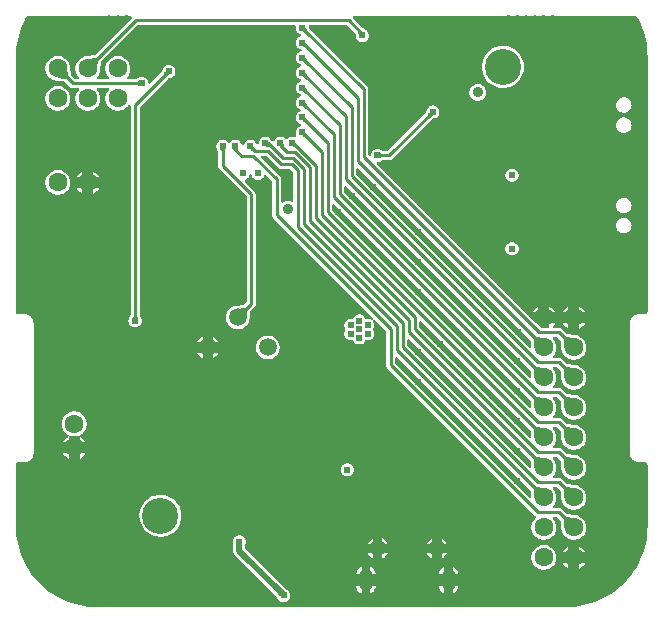
<source format=gbl>
G04 Layer: BottomLayer*
G04 EasyEDA v6.4.19.5, 2021-05-22T15:42:10+02:00*
G04 f6fe8073f4d6445e90d350db08ac70cc,b771c775d4444e86a06a5321f8c966cb,10*
G04 Gerber Generator version 0.2*
G04 Scale: 100 percent, Rotated: No, Reflected: No *
G04 Dimensions in inches *
G04 leading zeros omitted , absolute positions ,3 integer and 6 decimal *
%FSLAX36Y36*%
%MOIN*%

%ADD10C,0.0100*%
%ADD13C,0.0200*%
%ADD16C,0.1200*%
%ADD17C,0.0240*%
%ADD18C,0.0480*%
%ADD19C,0.0360*%
%ADD41C,0.0630*%
%ADD42C,0.0630*%
%ADD43C,0.0532*%
%ADD44C,0.0591*%
%ADD45C,0.0472*%

%LPD*%
G36*
X899599Y-767380D02*
G01*
X897920Y-767240D01*
X896460Y-766420D01*
X895460Y-765060D01*
X895100Y-763420D01*
X895100Y-690200D01*
X894800Y-687060D01*
X893940Y-684220D01*
X892540Y-681620D01*
X890540Y-679180D01*
X829180Y-617820D01*
X828319Y-616540D01*
X828020Y-615000D01*
X828319Y-613460D01*
X829180Y-612180D01*
X830480Y-611300D01*
X832020Y-611000D01*
X842980Y-611000D01*
X844520Y-611300D01*
X845819Y-612180D01*
X883379Y-649740D01*
X885819Y-651740D01*
X888420Y-653139D01*
X891260Y-654000D01*
X894400Y-654300D01*
X922080Y-654300D01*
X923620Y-654599D01*
X924920Y-655480D01*
X933720Y-664280D01*
X934599Y-665580D01*
X934900Y-667120D01*
X934900Y-761120D01*
X934599Y-762640D01*
X933720Y-763940D01*
X932440Y-764800D01*
X930900Y-765120D01*
X929360Y-764800D01*
X925660Y-763280D01*
X921380Y-762240D01*
X917000Y-761900D01*
X912600Y-762240D01*
X908319Y-763280D01*
X904240Y-764960D01*
X901200Y-766840D01*
G37*

%LPD*%
G36*
X1724100Y-1250960D02*
G01*
X1722500Y-1250680D01*
X1721160Y-1249800D01*
X1146280Y-674920D01*
X1145400Y-673620D01*
X1145100Y-672080D01*
X1145100Y-656120D01*
X1145400Y-654580D01*
X1146280Y-653280D01*
X1147560Y-652420D01*
X1149100Y-652120D01*
X1150640Y-652420D01*
X1151920Y-653280D01*
X1725340Y-1226700D01*
X1726140Y-1227840D01*
X1726500Y-1229180D01*
X1727960Y-1246640D01*
X1727780Y-1248240D01*
X1726960Y-1249640D01*
X1725660Y-1250600D01*
G37*

%LPD*%
G36*
X1724100Y-1350960D02*
G01*
X1722500Y-1350680D01*
X1721160Y-1349800D01*
X1106280Y-734920D01*
X1105400Y-733620D01*
X1105100Y-732080D01*
X1105100Y-716120D01*
X1105400Y-714580D01*
X1106280Y-713280D01*
X1107560Y-712420D01*
X1109100Y-712120D01*
X1110640Y-712420D01*
X1111920Y-713280D01*
X1725340Y-1326699D01*
X1726140Y-1327840D01*
X1726500Y-1329180D01*
X1727960Y-1346639D01*
X1727780Y-1348240D01*
X1726960Y-1349640D01*
X1725660Y-1350600D01*
G37*

%LPD*%
G36*
X1724100Y-1450960D02*
G01*
X1722500Y-1450680D01*
X1721160Y-1449800D01*
X1066280Y-794920D01*
X1065400Y-793620D01*
X1065100Y-792080D01*
X1065100Y-776120D01*
X1065400Y-774580D01*
X1066280Y-773280D01*
X1067560Y-772420D01*
X1069100Y-772120D01*
X1070640Y-772420D01*
X1071920Y-773280D01*
X1725340Y-1426699D01*
X1726140Y-1427840D01*
X1726500Y-1429180D01*
X1727960Y-1446639D01*
X1727780Y-1448240D01*
X1726960Y-1449640D01*
X1725660Y-1450600D01*
G37*

%LPD*%
G36*
X1724100Y-1550960D02*
G01*
X1722500Y-1550680D01*
X1721160Y-1549800D01*
X1356279Y-1184920D01*
X1355400Y-1183620D01*
X1355100Y-1182080D01*
X1355100Y-1166120D01*
X1355400Y-1164580D01*
X1356279Y-1163280D01*
X1357560Y-1162420D01*
X1359100Y-1162120D01*
X1360640Y-1162420D01*
X1361920Y-1163280D01*
X1725340Y-1526699D01*
X1726140Y-1527840D01*
X1726500Y-1529180D01*
X1727960Y-1546639D01*
X1727780Y-1548240D01*
X1726960Y-1549640D01*
X1725660Y-1550600D01*
G37*

%LPD*%
G36*
X1724100Y-1650960D02*
G01*
X1722500Y-1650680D01*
X1721160Y-1649800D01*
X1316279Y-1244920D01*
X1315400Y-1243620D01*
X1315100Y-1242080D01*
X1315100Y-1226120D01*
X1315400Y-1224580D01*
X1316279Y-1223280D01*
X1317560Y-1222420D01*
X1319100Y-1222120D01*
X1320640Y-1222420D01*
X1321920Y-1223280D01*
X1725340Y-1626699D01*
X1726140Y-1627840D01*
X1726500Y-1629180D01*
X1727960Y-1646639D01*
X1727780Y-1648240D01*
X1726960Y-1649640D01*
X1725660Y-1650600D01*
G37*

%LPD*%
G36*
X1724100Y-1750960D02*
G01*
X1722500Y-1750680D01*
X1721160Y-1749800D01*
X1276280Y-1304920D01*
X1275400Y-1303620D01*
X1275100Y-1302080D01*
X1275100Y-1286120D01*
X1275400Y-1284580D01*
X1276280Y-1283280D01*
X1277560Y-1282420D01*
X1279100Y-1282120D01*
X1280640Y-1282420D01*
X1281920Y-1283280D01*
X1725340Y-1726699D01*
X1726140Y-1727840D01*
X1726500Y-1729180D01*
X1727960Y-1746639D01*
X1727780Y-1748240D01*
X1726960Y-1749640D01*
X1725660Y-1750600D01*
G37*

%LPD*%
G36*
X281180Y-2115900D02*
G01*
X266720Y-2115520D01*
X252580Y-2114400D01*
X238520Y-2112540D01*
X224579Y-2109940D01*
X210780Y-2106640D01*
X197180Y-2102600D01*
X183820Y-2097860D01*
X170720Y-2092420D01*
X157920Y-2086320D01*
X145460Y-2079540D01*
X133360Y-2072120D01*
X121679Y-2064100D01*
X110440Y-2055460D01*
X99660Y-2046240D01*
X89380Y-2036480D01*
X79620Y-2026180D01*
X70400Y-2015400D01*
X61780Y-2004139D01*
X53740Y-1992440D01*
X46340Y-1980360D01*
X39580Y-1967880D01*
X33480Y-1955080D01*
X28060Y-1941980D01*
X23320Y-1928600D01*
X19300Y-1915000D01*
X16000Y-1901220D01*
X13420Y-1887260D01*
X11580Y-1873200D01*
X10460Y-1859060D01*
X10100Y-1844820D01*
X10100Y-1642660D01*
X10440Y-1639700D01*
X11080Y-1637880D01*
X12060Y-1636220D01*
X13340Y-1634780D01*
X14860Y-1633620D01*
X16600Y-1632780D01*
X18460Y-1632300D01*
X20660Y-1632100D01*
X38900Y-1632100D01*
X43740Y-1631680D01*
X45960Y-1631220D01*
X49440Y-1630180D01*
X51540Y-1629300D01*
X54740Y-1627600D01*
X56620Y-1626339D01*
X59420Y-1624040D01*
X61040Y-1622420D01*
X63339Y-1619620D01*
X64600Y-1617740D01*
X66300Y-1614540D01*
X67180Y-1612440D01*
X68240Y-1608959D01*
X68680Y-1606720D01*
X69100Y-1601900D01*
X69100Y-1169100D01*
X68680Y-1164260D01*
X68240Y-1162020D01*
X67180Y-1158560D01*
X66300Y-1156460D01*
X64600Y-1153260D01*
X63339Y-1151360D01*
X61040Y-1148560D01*
X59420Y-1146960D01*
X56620Y-1144660D01*
X54740Y-1143380D01*
X51540Y-1141680D01*
X49440Y-1140820D01*
X45960Y-1139760D01*
X43740Y-1139320D01*
X40039Y-1138940D01*
X20240Y-1138900D01*
X17900Y-1139180D01*
X16460Y-1139080D01*
X15140Y-1138480D01*
X13580Y-1137400D01*
X12060Y-1135780D01*
X11080Y-1134120D01*
X10440Y-1132300D01*
X10100Y-1129320D01*
X10100Y-281180D01*
X10480Y-266720D01*
X11600Y-252580D01*
X13460Y-238520D01*
X16040Y-224560D01*
X19360Y-210780D01*
X23400Y-197180D01*
X28140Y-183820D01*
X33560Y-170720D01*
X39680Y-157920D01*
X44960Y-148180D01*
X45860Y-147080D01*
X47080Y-146340D01*
X48480Y-146100D01*
X290940Y-146100D01*
X293400Y-145820D01*
X295540Y-145060D01*
X296040Y-144760D01*
X297680Y-144180D01*
X299400Y-144340D01*
X302720Y-145420D01*
X306260Y-145900D01*
X309840Y-145740D01*
X313320Y-144940D01*
X316600Y-143540D01*
X319800Y-141440D01*
X321340Y-140820D01*
X323000Y-140900D01*
X324480Y-141640D01*
X325720Y-142620D01*
X328860Y-144320D01*
X332260Y-145420D01*
X335800Y-145900D01*
X339360Y-145740D01*
X342840Y-144940D01*
X346140Y-143540D01*
X349320Y-141440D01*
X350860Y-140820D01*
X352540Y-140900D01*
X354020Y-141640D01*
X355240Y-142620D01*
X358380Y-144320D01*
X361780Y-145420D01*
X365319Y-145900D01*
X368900Y-145740D01*
X372380Y-144940D01*
X375660Y-143540D01*
X378860Y-141440D01*
X380400Y-140820D01*
X382060Y-140900D01*
X383540Y-141640D01*
X384780Y-142620D01*
X387920Y-144320D01*
X391320Y-145420D01*
X393800Y-145760D01*
X395460Y-146380D01*
X396680Y-147640D01*
X397239Y-149300D01*
X397040Y-151060D01*
X396100Y-152540D01*
X273300Y-275340D01*
X272160Y-276140D01*
X270800Y-276500D01*
X247399Y-278460D01*
X244560Y-278760D01*
X239220Y-279820D01*
X234080Y-281560D01*
X229200Y-283980D01*
X224680Y-287000D01*
X220580Y-290580D01*
X217000Y-294680D01*
X213980Y-299200D01*
X211560Y-304080D01*
X209820Y-309220D01*
X208760Y-314560D01*
X208400Y-320000D01*
X208760Y-325420D01*
X209820Y-330760D01*
X211560Y-335900D01*
X213980Y-340780D01*
X217000Y-345319D01*
X219579Y-348260D01*
X220340Y-349560D01*
X220560Y-351060D01*
X220219Y-352540D01*
X219340Y-353780D01*
X218060Y-354600D01*
X216560Y-354900D01*
X207900Y-354900D01*
X206380Y-354580D01*
X205080Y-353720D01*
X194640Y-343280D01*
X193840Y-342140D01*
X193480Y-340800D01*
X191240Y-314620D01*
X190159Y-309220D01*
X188420Y-304080D01*
X186020Y-299200D01*
X182979Y-294680D01*
X179400Y-290580D01*
X175320Y-287000D01*
X170780Y-283980D01*
X165900Y-281560D01*
X160760Y-279820D01*
X155420Y-278760D01*
X150000Y-278400D01*
X144560Y-278760D01*
X139220Y-279820D01*
X134080Y-281560D01*
X129200Y-283980D01*
X124680Y-287000D01*
X120580Y-290580D01*
X117000Y-294680D01*
X113980Y-299200D01*
X111560Y-304080D01*
X109820Y-309220D01*
X108760Y-314560D01*
X108400Y-320000D01*
X108760Y-325420D01*
X109820Y-330760D01*
X111560Y-335900D01*
X113980Y-340780D01*
X117000Y-345319D01*
X120580Y-349400D01*
X124680Y-352980D01*
X129200Y-356019D01*
X134080Y-358420D01*
X139220Y-360160D01*
X144560Y-361220D01*
X147420Y-361520D01*
X170780Y-363480D01*
X172140Y-363840D01*
X173280Y-364640D01*
X189180Y-380540D01*
X191620Y-382540D01*
X194220Y-383920D01*
X197040Y-384780D01*
X200180Y-385100D01*
X216560Y-385100D01*
X218060Y-385379D01*
X219340Y-386200D01*
X220219Y-387440D01*
X220560Y-388920D01*
X220340Y-390420D01*
X219579Y-391719D01*
X217000Y-394680D01*
X213980Y-399200D01*
X211560Y-404080D01*
X209820Y-409219D01*
X208760Y-414560D01*
X208400Y-420000D01*
X208760Y-425420D01*
X209820Y-430760D01*
X211560Y-435900D01*
X213980Y-440780D01*
X217000Y-445319D01*
X220580Y-449400D01*
X224680Y-452980D01*
X229200Y-456019D01*
X234080Y-458420D01*
X239220Y-460160D01*
X244560Y-461220D01*
X250000Y-461580D01*
X255420Y-461220D01*
X260760Y-460160D01*
X265900Y-458420D01*
X270780Y-456019D01*
X275320Y-452980D01*
X279400Y-449400D01*
X282980Y-445319D01*
X286020Y-440780D01*
X288420Y-435900D01*
X290160Y-430760D01*
X291220Y-425420D01*
X291580Y-420000D01*
X291220Y-414560D01*
X290160Y-409219D01*
X288420Y-404080D01*
X286020Y-399200D01*
X282980Y-394680D01*
X280400Y-391719D01*
X279640Y-390420D01*
X279420Y-388920D01*
X279780Y-387440D01*
X280640Y-386200D01*
X281920Y-385379D01*
X283420Y-385100D01*
X316560Y-385100D01*
X318060Y-385379D01*
X319340Y-386200D01*
X320220Y-387440D01*
X320560Y-388920D01*
X320340Y-390420D01*
X319580Y-391719D01*
X317000Y-394680D01*
X313980Y-399200D01*
X311560Y-404080D01*
X309820Y-409219D01*
X308760Y-414560D01*
X308400Y-420000D01*
X308760Y-425420D01*
X309820Y-430760D01*
X311560Y-435900D01*
X313980Y-440780D01*
X317000Y-445319D01*
X320580Y-449400D01*
X324680Y-452980D01*
X329200Y-456019D01*
X334080Y-458420D01*
X339219Y-460160D01*
X344560Y-461220D01*
X350000Y-461580D01*
X355420Y-461220D01*
X360760Y-460160D01*
X365900Y-458420D01*
X370780Y-456019D01*
X375319Y-452980D01*
X379400Y-449400D01*
X382980Y-445319D01*
X385160Y-442060D01*
X386380Y-440880D01*
X387980Y-440300D01*
X389660Y-440439D01*
X391140Y-441260D01*
X392140Y-442620D01*
X392500Y-444280D01*
X392480Y-1141060D01*
X392100Y-1142780D01*
X389920Y-1147360D01*
X388459Y-1149540D01*
X386820Y-1153020D01*
X385840Y-1156740D01*
X385500Y-1160580D01*
X385840Y-1164420D01*
X386820Y-1168140D01*
X388459Y-1171620D01*
X390660Y-1174780D01*
X393380Y-1177500D01*
X396540Y-1179700D01*
X400020Y-1181340D01*
X403740Y-1182320D01*
X407580Y-1182660D01*
X411420Y-1182320D01*
X415140Y-1181340D01*
X418620Y-1179700D01*
X421780Y-1177500D01*
X424500Y-1174780D01*
X426700Y-1171620D01*
X428340Y-1168140D01*
X429320Y-1164420D01*
X429660Y-1160580D01*
X429320Y-1156740D01*
X428340Y-1153020D01*
X426700Y-1149540D01*
X425260Y-1147380D01*
X423080Y-1142780D01*
X422680Y-1141060D01*
X422700Y-450300D01*
X423000Y-448780D01*
X423860Y-447480D01*
X516860Y-354480D01*
X518360Y-353540D01*
X522780Y-351960D01*
X527540Y-350740D01*
X531040Y-349120D01*
X534180Y-346900D01*
X536900Y-344180D01*
X539120Y-341040D01*
X540740Y-337540D01*
X541740Y-333820D01*
X542080Y-330000D01*
X541740Y-326160D01*
X540740Y-322440D01*
X539120Y-318940D01*
X536900Y-315800D01*
X534180Y-313080D01*
X531040Y-310860D01*
X527540Y-309240D01*
X523820Y-308240D01*
X520000Y-307900D01*
X516160Y-308240D01*
X512440Y-309240D01*
X508940Y-310860D01*
X505800Y-313080D01*
X503080Y-315800D01*
X500860Y-318940D01*
X499240Y-322440D01*
X498020Y-327200D01*
X496440Y-331640D01*
X495500Y-333120D01*
X458660Y-369960D01*
X457420Y-370800D01*
X455959Y-371140D01*
X454480Y-370900D01*
X453180Y-370120D01*
X452260Y-368920D01*
X451860Y-367480D01*
X451740Y-366160D01*
X450740Y-362440D01*
X449120Y-358940D01*
X446900Y-355800D01*
X444180Y-353080D01*
X441040Y-350860D01*
X437540Y-349240D01*
X433820Y-348240D01*
X430000Y-347900D01*
X426160Y-348240D01*
X422440Y-349240D01*
X418940Y-350860D01*
X416780Y-352320D01*
X412180Y-354500D01*
X410460Y-354900D01*
X383420Y-354900D01*
X381920Y-354600D01*
X380640Y-353780D01*
X379780Y-352540D01*
X379420Y-351060D01*
X379640Y-349560D01*
X380400Y-348260D01*
X382980Y-345319D01*
X386019Y-340780D01*
X388420Y-335900D01*
X390160Y-330760D01*
X391220Y-325420D01*
X391580Y-320000D01*
X391220Y-314560D01*
X390160Y-309220D01*
X388420Y-304080D01*
X386019Y-299200D01*
X382980Y-294680D01*
X379400Y-290580D01*
X375319Y-287000D01*
X370780Y-283980D01*
X365900Y-281560D01*
X360760Y-279820D01*
X355420Y-278760D01*
X350000Y-278400D01*
X344560Y-278760D01*
X339219Y-279820D01*
X334080Y-281560D01*
X329200Y-283980D01*
X324680Y-287000D01*
X320580Y-290580D01*
X317000Y-294680D01*
X313980Y-299200D01*
X311560Y-304080D01*
X309820Y-309220D01*
X308760Y-314560D01*
X308400Y-320000D01*
X308760Y-325420D01*
X309820Y-330760D01*
X311560Y-335900D01*
X313980Y-340780D01*
X317000Y-345319D01*
X319580Y-348260D01*
X320340Y-349560D01*
X320560Y-351060D01*
X320220Y-352540D01*
X319340Y-353780D01*
X318060Y-354600D01*
X316560Y-354900D01*
X283420Y-354900D01*
X281920Y-354600D01*
X280640Y-353780D01*
X279780Y-352540D01*
X279420Y-351060D01*
X279640Y-349560D01*
X280400Y-348260D01*
X282980Y-345319D01*
X286020Y-340780D01*
X288420Y-335900D01*
X290160Y-330760D01*
X291240Y-325360D01*
X293480Y-299200D01*
X293840Y-297860D01*
X294640Y-296720D01*
X415080Y-176280D01*
X416380Y-175400D01*
X417920Y-175100D01*
X939440Y-175100D01*
X940860Y-175360D01*
X942099Y-176119D01*
X943000Y-177280D01*
X943400Y-178680D01*
X942900Y-184180D01*
X943240Y-188000D01*
X944240Y-191720D01*
X945860Y-195219D01*
X948080Y-198359D01*
X950800Y-201080D01*
X953940Y-203299D01*
X957440Y-204920D01*
X958199Y-205120D01*
X959740Y-205920D01*
X960780Y-207300D01*
X961160Y-209000D01*
X960780Y-210680D01*
X959740Y-212060D01*
X958199Y-212860D01*
X957440Y-213060D01*
X953940Y-214680D01*
X950800Y-216900D01*
X948080Y-219620D01*
X945860Y-222760D01*
X944240Y-226260D01*
X943240Y-229980D01*
X942900Y-233820D01*
X943240Y-237640D01*
X944240Y-241360D01*
X945860Y-244860D01*
X948080Y-248000D01*
X950800Y-250720D01*
X953940Y-252940D01*
X957440Y-254560D01*
X959539Y-255120D01*
X961080Y-255920D01*
X962120Y-257300D01*
X962500Y-259000D01*
X962120Y-260680D01*
X961080Y-262060D01*
X959539Y-262860D01*
X957440Y-263420D01*
X953940Y-265040D01*
X950800Y-267260D01*
X948080Y-269980D01*
X945860Y-273120D01*
X944240Y-276620D01*
X943240Y-280340D01*
X942900Y-284180D01*
X943240Y-288000D01*
X944240Y-291720D01*
X945860Y-295220D01*
X948080Y-298360D01*
X950800Y-301080D01*
X953940Y-303300D01*
X957440Y-304920D01*
X958860Y-305300D01*
X960400Y-306100D01*
X961460Y-307480D01*
X961840Y-309180D01*
X961460Y-310860D01*
X960400Y-312240D01*
X958860Y-313040D01*
X957440Y-313420D01*
X953940Y-315040D01*
X950800Y-317260D01*
X948080Y-319980D01*
X945860Y-323120D01*
X944240Y-326620D01*
X943240Y-330340D01*
X942900Y-334180D01*
X943240Y-338000D01*
X944240Y-341719D01*
X945860Y-345220D01*
X948080Y-348360D01*
X950800Y-351079D01*
X953940Y-353300D01*
X957440Y-354920D01*
X958860Y-355300D01*
X960400Y-356100D01*
X961460Y-357480D01*
X961840Y-359180D01*
X961460Y-360860D01*
X960400Y-362239D01*
X958860Y-363040D01*
X957440Y-363420D01*
X953940Y-365040D01*
X950800Y-367260D01*
X948080Y-369980D01*
X945860Y-373120D01*
X944240Y-376620D01*
X943240Y-380340D01*
X942900Y-384180D01*
X943240Y-388000D01*
X944240Y-391719D01*
X945860Y-395220D01*
X948080Y-398360D01*
X950800Y-401079D01*
X953940Y-403300D01*
X957440Y-404920D01*
X958860Y-405300D01*
X960400Y-406100D01*
X961460Y-407480D01*
X961840Y-409180D01*
X961460Y-410860D01*
X960400Y-412239D01*
X958860Y-413040D01*
X957440Y-413420D01*
X953940Y-415040D01*
X950800Y-417260D01*
X948080Y-419980D01*
X945860Y-423120D01*
X944240Y-426620D01*
X943240Y-430340D01*
X942900Y-434180D01*
X943240Y-438000D01*
X944240Y-441719D01*
X945860Y-445220D01*
X948080Y-448360D01*
X950800Y-451079D01*
X953940Y-453300D01*
X957500Y-454960D01*
X958720Y-455840D01*
X959539Y-457100D01*
X959820Y-458579D01*
X959539Y-460060D01*
X958720Y-461320D01*
X957500Y-462200D01*
X953940Y-463860D01*
X950800Y-466079D01*
X948080Y-468800D01*
X945860Y-471940D01*
X944240Y-475439D01*
X943240Y-479159D01*
X942900Y-483000D01*
X943240Y-486820D01*
X944240Y-490540D01*
X945860Y-494040D01*
X948080Y-497180D01*
X950800Y-499900D01*
X953940Y-502120D01*
X957440Y-503740D01*
X958860Y-504120D01*
X960400Y-504920D01*
X961460Y-506300D01*
X961840Y-508000D01*
X961460Y-509680D01*
X960400Y-511060D01*
X958860Y-511860D01*
X957440Y-512239D01*
X953940Y-513860D01*
X950800Y-516079D01*
X948080Y-518800D01*
X945860Y-521940D01*
X944240Y-525440D01*
X943240Y-529160D01*
X942900Y-533000D01*
X943240Y-536820D01*
X944240Y-540540D01*
X945580Y-543420D01*
X945960Y-545000D01*
X945680Y-546600D01*
X944780Y-547940D01*
X943439Y-548840D01*
X941840Y-549120D01*
X940260Y-548740D01*
X939560Y-548420D01*
X935840Y-547420D01*
X932020Y-547080D01*
X928180Y-547420D01*
X924460Y-548420D01*
X920960Y-550040D01*
X917820Y-552260D01*
X914820Y-555220D01*
X913520Y-556100D01*
X912000Y-556400D01*
X910480Y-556080D01*
X909180Y-555220D01*
X906200Y-552260D01*
X903060Y-550040D01*
X899560Y-548420D01*
X895840Y-547420D01*
X892020Y-547080D01*
X888180Y-547420D01*
X884460Y-548420D01*
X880960Y-550040D01*
X877820Y-552260D01*
X875100Y-554980D01*
X872880Y-558120D01*
X871360Y-561400D01*
X870420Y-562660D01*
X869060Y-563480D01*
X867500Y-563700D01*
X865980Y-563300D01*
X864720Y-562340D01*
X861340Y-558420D01*
X858920Y-554980D01*
X856200Y-552260D01*
X853060Y-550040D01*
X849560Y-548420D01*
X845840Y-547420D01*
X842020Y-547080D01*
X838180Y-547420D01*
X834460Y-548420D01*
X830960Y-550040D01*
X827820Y-552260D01*
X825100Y-554980D01*
X822880Y-558120D01*
X821260Y-561620D01*
X820260Y-565340D01*
X819920Y-569300D01*
X819400Y-570940D01*
X818220Y-572220D01*
X816620Y-572880D01*
X814900Y-572800D01*
X813360Y-572000D01*
X812300Y-570640D01*
X811140Y-568120D01*
X808920Y-564980D01*
X806200Y-562260D01*
X803060Y-560040D01*
X799560Y-558420D01*
X795840Y-557420D01*
X792020Y-557080D01*
X788180Y-557420D01*
X784460Y-558420D01*
X780960Y-560040D01*
X777820Y-562260D01*
X775100Y-564980D01*
X772880Y-568120D01*
X771260Y-571620D01*
X770879Y-573040D01*
X770080Y-574580D01*
X768700Y-575640D01*
X767020Y-576020D01*
X765320Y-575640D01*
X763940Y-574580D01*
X763139Y-573040D01*
X762760Y-571620D01*
X761140Y-568120D01*
X758920Y-564980D01*
X756200Y-562260D01*
X753060Y-560040D01*
X749560Y-558420D01*
X745840Y-557420D01*
X742020Y-557080D01*
X738180Y-557420D01*
X734460Y-558420D01*
X730960Y-560040D01*
X727820Y-562260D01*
X725100Y-564980D01*
X724280Y-566140D01*
X723180Y-567200D01*
X721760Y-567780D01*
X720240Y-567780D01*
X718820Y-567200D01*
X717720Y-566140D01*
X716900Y-564980D01*
X714180Y-562260D01*
X711040Y-560040D01*
X707540Y-558420D01*
X703820Y-557420D01*
X700000Y-557080D01*
X696160Y-557420D01*
X692440Y-558420D01*
X688940Y-560040D01*
X685800Y-562260D01*
X683080Y-564980D01*
X680860Y-568120D01*
X679240Y-571620D01*
X678240Y-575340D01*
X677900Y-579180D01*
X678240Y-583000D01*
X679240Y-586720D01*
X680860Y-590220D01*
X682320Y-592380D01*
X684520Y-596980D01*
X684900Y-598700D01*
X684900Y-644800D01*
X685200Y-647940D01*
X686060Y-650780D01*
X687460Y-653379D01*
X689460Y-655819D01*
X778720Y-745080D01*
X779599Y-746380D01*
X779900Y-747920D01*
X779900Y-1097080D01*
X779599Y-1098620D01*
X778720Y-1099920D01*
X771360Y-1107280D01*
X770240Y-1108080D01*
X768900Y-1108440D01*
X744780Y-1110720D01*
X739520Y-1111780D01*
X734520Y-1113520D01*
X729800Y-1115900D01*
X725440Y-1118900D01*
X721520Y-1122440D01*
X718100Y-1126500D01*
X715240Y-1130960D01*
X713020Y-1135760D01*
X711460Y-1140800D01*
X710580Y-1146020D01*
X710400Y-1151320D01*
X710920Y-1156580D01*
X712159Y-1161740D01*
X714060Y-1166660D01*
X716600Y-1171320D01*
X719740Y-1175580D01*
X723420Y-1179380D01*
X727580Y-1182660D01*
X732120Y-1185360D01*
X737000Y-1187420D01*
X742099Y-1188820D01*
X747340Y-1189520D01*
X752640Y-1189520D01*
X757880Y-1188820D01*
X762980Y-1187420D01*
X767860Y-1185360D01*
X772420Y-1182660D01*
X776560Y-1179380D01*
X780240Y-1175580D01*
X783379Y-1171320D01*
X785920Y-1166660D01*
X787840Y-1161740D01*
X789060Y-1156580D01*
X789539Y-1152540D01*
X791540Y-1131120D01*
X791900Y-1129800D01*
X792680Y-1128660D01*
X805540Y-1115820D01*
X807540Y-1113380D01*
X808940Y-1110780D01*
X809800Y-1107940D01*
X810100Y-1104800D01*
X810100Y-740200D01*
X809800Y-737060D01*
X808940Y-734220D01*
X807540Y-731620D01*
X805540Y-729180D01*
X773500Y-697159D01*
X772660Y-695879D01*
X772340Y-694400D01*
X772600Y-692880D01*
X773400Y-691600D01*
X774640Y-690699D01*
X778040Y-689120D01*
X781180Y-686900D01*
X783900Y-684180D01*
X786120Y-681040D01*
X787740Y-677540D01*
X788120Y-676120D01*
X788920Y-674580D01*
X790300Y-673520D01*
X792000Y-673139D01*
X793680Y-673520D01*
X795060Y-674580D01*
X795860Y-676120D01*
X796240Y-677540D01*
X797860Y-681040D01*
X800080Y-684180D01*
X802800Y-686900D01*
X805939Y-689120D01*
X809440Y-690740D01*
X813160Y-691740D01*
X817000Y-692080D01*
X820819Y-691740D01*
X824539Y-690740D01*
X828040Y-689120D01*
X831180Y-686900D01*
X833900Y-684180D01*
X836120Y-681040D01*
X837740Y-677540D01*
X838500Y-676080D01*
X839800Y-675040D01*
X841400Y-674620D01*
X843040Y-674880D01*
X844419Y-675780D01*
X863720Y-695080D01*
X864599Y-696380D01*
X864900Y-697920D01*
X864900Y-809800D01*
X865200Y-812940D01*
X866060Y-815780D01*
X867460Y-818379D01*
X869460Y-820819D01*
X1199980Y-1151340D01*
X1200900Y-1152760D01*
X1201160Y-1154420D01*
X1200700Y-1156040D01*
X1199620Y-1157340D01*
X1198100Y-1158060D01*
X1196420Y-1158100D01*
X1194860Y-1157440D01*
X1194040Y-1156860D01*
X1190540Y-1155240D01*
X1186820Y-1154240D01*
X1183000Y-1153900D01*
X1178620Y-1154320D01*
X1177020Y-1154140D01*
X1175600Y-1153340D01*
X1174620Y-1152040D01*
X1174120Y-1150940D01*
X1171900Y-1147800D01*
X1169180Y-1145080D01*
X1166040Y-1142860D01*
X1162540Y-1141240D01*
X1158820Y-1140240D01*
X1155000Y-1139900D01*
X1151160Y-1140240D01*
X1147440Y-1141240D01*
X1143940Y-1142860D01*
X1140800Y-1145080D01*
X1138080Y-1147800D01*
X1135860Y-1150940D01*
X1135360Y-1152040D01*
X1134380Y-1153340D01*
X1132980Y-1154140D01*
X1131360Y-1154320D01*
X1126980Y-1153900D01*
X1123160Y-1154240D01*
X1119440Y-1155240D01*
X1115940Y-1156860D01*
X1112800Y-1159080D01*
X1110080Y-1161800D01*
X1107860Y-1164940D01*
X1106240Y-1168440D01*
X1105240Y-1172160D01*
X1104900Y-1176000D01*
X1105240Y-1179820D01*
X1106240Y-1183540D01*
X1107860Y-1187040D01*
X1108340Y-1187700D01*
X1108980Y-1189180D01*
X1108980Y-1190800D01*
X1108340Y-1192280D01*
X1107860Y-1192940D01*
X1106240Y-1196440D01*
X1105240Y-1200160D01*
X1104900Y-1204000D01*
X1105240Y-1207820D01*
X1106240Y-1211540D01*
X1107860Y-1215040D01*
X1110080Y-1218180D01*
X1112800Y-1220900D01*
X1115940Y-1223120D01*
X1119440Y-1224740D01*
X1123160Y-1225740D01*
X1126980Y-1226080D01*
X1131360Y-1225660D01*
X1132980Y-1225840D01*
X1134380Y-1226640D01*
X1135360Y-1227940D01*
X1135860Y-1229040D01*
X1138080Y-1232180D01*
X1140800Y-1234900D01*
X1143940Y-1237120D01*
X1147440Y-1238740D01*
X1151160Y-1239740D01*
X1155000Y-1240080D01*
X1158820Y-1239740D01*
X1162540Y-1238740D01*
X1166040Y-1237120D01*
X1169180Y-1234900D01*
X1171900Y-1232180D01*
X1174120Y-1229040D01*
X1174620Y-1227940D01*
X1175600Y-1226640D01*
X1177020Y-1225840D01*
X1178620Y-1225660D01*
X1183000Y-1226080D01*
X1186820Y-1225740D01*
X1190540Y-1224740D01*
X1194040Y-1223120D01*
X1197180Y-1220900D01*
X1199900Y-1218180D01*
X1202120Y-1215040D01*
X1203740Y-1211540D01*
X1204740Y-1207820D01*
X1205080Y-1204000D01*
X1204740Y-1200160D01*
X1203740Y-1196440D01*
X1202120Y-1192940D01*
X1201660Y-1192280D01*
X1201020Y-1190800D01*
X1201020Y-1189180D01*
X1201660Y-1187700D01*
X1202120Y-1187040D01*
X1203740Y-1183540D01*
X1204740Y-1179820D01*
X1205080Y-1176000D01*
X1204740Y-1172160D01*
X1203740Y-1168440D01*
X1202120Y-1164940D01*
X1201540Y-1164120D01*
X1200880Y-1162560D01*
X1200920Y-1160880D01*
X1201660Y-1159360D01*
X1202940Y-1158280D01*
X1204560Y-1157840D01*
X1206220Y-1158080D01*
X1207640Y-1159000D01*
X1243720Y-1195080D01*
X1244600Y-1196380D01*
X1244900Y-1197920D01*
X1244900Y-1309800D01*
X1245200Y-1312940D01*
X1246060Y-1315780D01*
X1247460Y-1318380D01*
X1249460Y-1320820D01*
X1739180Y-1810540D01*
X1742800Y-1813520D01*
X1743520Y-1814860D01*
X1743680Y-1816380D01*
X1743260Y-1817840D01*
X1742320Y-1819060D01*
X1740580Y-1820580D01*
X1737000Y-1824680D01*
X1733980Y-1829199D01*
X1731560Y-1834079D01*
X1729820Y-1839220D01*
X1728760Y-1844560D01*
X1728400Y-1850000D01*
X1728760Y-1855420D01*
X1729820Y-1860760D01*
X1731560Y-1865900D01*
X1733980Y-1870780D01*
X1737000Y-1875320D01*
X1740580Y-1879400D01*
X1744680Y-1882980D01*
X1749199Y-1886020D01*
X1754079Y-1888420D01*
X1759220Y-1890160D01*
X1764560Y-1891220D01*
X1770000Y-1891579D01*
X1775420Y-1891220D01*
X1780760Y-1890160D01*
X1785900Y-1888420D01*
X1790780Y-1886020D01*
X1795320Y-1882980D01*
X1799400Y-1879400D01*
X1802980Y-1875320D01*
X1806020Y-1870780D01*
X1808420Y-1865900D01*
X1810160Y-1860760D01*
X1811220Y-1855420D01*
X1811579Y-1850000D01*
X1811220Y-1844560D01*
X1810160Y-1839220D01*
X1808420Y-1834079D01*
X1806020Y-1829199D01*
X1802980Y-1824680D01*
X1800420Y-1821740D01*
X1799640Y-1820420D01*
X1799420Y-1818920D01*
X1799780Y-1817440D01*
X1800660Y-1816220D01*
X1801940Y-1815380D01*
X1803420Y-1815100D01*
X1812080Y-1815100D01*
X1813620Y-1815400D01*
X1814920Y-1816279D01*
X1825340Y-1826699D01*
X1826140Y-1827840D01*
X1826500Y-1829180D01*
X1828460Y-1852580D01*
X1828760Y-1855420D01*
X1829820Y-1860760D01*
X1831560Y-1865900D01*
X1833980Y-1870780D01*
X1837000Y-1875320D01*
X1840580Y-1879400D01*
X1844680Y-1882980D01*
X1849199Y-1886020D01*
X1854079Y-1888420D01*
X1859220Y-1890160D01*
X1864560Y-1891220D01*
X1870000Y-1891579D01*
X1875420Y-1891220D01*
X1880760Y-1890160D01*
X1885900Y-1888420D01*
X1890780Y-1886020D01*
X1895320Y-1882980D01*
X1899400Y-1879400D01*
X1902980Y-1875320D01*
X1906020Y-1870780D01*
X1908420Y-1865900D01*
X1910160Y-1860760D01*
X1911220Y-1855420D01*
X1911579Y-1850000D01*
X1911220Y-1844560D01*
X1910160Y-1839220D01*
X1908420Y-1834079D01*
X1906020Y-1829199D01*
X1902980Y-1824680D01*
X1899400Y-1820580D01*
X1895320Y-1817000D01*
X1890780Y-1813980D01*
X1885900Y-1811560D01*
X1880760Y-1809820D01*
X1875420Y-1808760D01*
X1872560Y-1808460D01*
X1849180Y-1806500D01*
X1847840Y-1806140D01*
X1846699Y-1805340D01*
X1830820Y-1789460D01*
X1828380Y-1787460D01*
X1825780Y-1786060D01*
X1822940Y-1785200D01*
X1819800Y-1784900D01*
X1803400Y-1784900D01*
X1801920Y-1784620D01*
X1800640Y-1783779D01*
X1799760Y-1782560D01*
X1799420Y-1781080D01*
X1799640Y-1779580D01*
X1800400Y-1778260D01*
X1802980Y-1775320D01*
X1806020Y-1770780D01*
X1808420Y-1765900D01*
X1810160Y-1760760D01*
X1811220Y-1755420D01*
X1811579Y-1750000D01*
X1811220Y-1744560D01*
X1810160Y-1739220D01*
X1808420Y-1734079D01*
X1806020Y-1729199D01*
X1802980Y-1724680D01*
X1800420Y-1721740D01*
X1799640Y-1720420D01*
X1799420Y-1718920D01*
X1799780Y-1717440D01*
X1800660Y-1716220D01*
X1801940Y-1715380D01*
X1803420Y-1715100D01*
X1812080Y-1715100D01*
X1813620Y-1715400D01*
X1814920Y-1716279D01*
X1825340Y-1726699D01*
X1826140Y-1727840D01*
X1826500Y-1729180D01*
X1828460Y-1752580D01*
X1828760Y-1755420D01*
X1829820Y-1760760D01*
X1831560Y-1765900D01*
X1833980Y-1770780D01*
X1837000Y-1775320D01*
X1840580Y-1779400D01*
X1844680Y-1782980D01*
X1849199Y-1786020D01*
X1854079Y-1788420D01*
X1859220Y-1790160D01*
X1864560Y-1791220D01*
X1870000Y-1791579D01*
X1875420Y-1791220D01*
X1880760Y-1790160D01*
X1885900Y-1788420D01*
X1890780Y-1786020D01*
X1895320Y-1782980D01*
X1899400Y-1779400D01*
X1902980Y-1775320D01*
X1906020Y-1770780D01*
X1908420Y-1765900D01*
X1910160Y-1760760D01*
X1911220Y-1755420D01*
X1911579Y-1750000D01*
X1911220Y-1744560D01*
X1910160Y-1739220D01*
X1908420Y-1734079D01*
X1906020Y-1729199D01*
X1902980Y-1724680D01*
X1899400Y-1720580D01*
X1895320Y-1717000D01*
X1890780Y-1713980D01*
X1885900Y-1711560D01*
X1880760Y-1709820D01*
X1875420Y-1708760D01*
X1872560Y-1708460D01*
X1849180Y-1706500D01*
X1847840Y-1706140D01*
X1846699Y-1705340D01*
X1830820Y-1689460D01*
X1828380Y-1687460D01*
X1825780Y-1686060D01*
X1822940Y-1685200D01*
X1819800Y-1684900D01*
X1803400Y-1684900D01*
X1801920Y-1684620D01*
X1800640Y-1683779D01*
X1799760Y-1682560D01*
X1799420Y-1681080D01*
X1799640Y-1679580D01*
X1800400Y-1678260D01*
X1802980Y-1675320D01*
X1806020Y-1670780D01*
X1808420Y-1665900D01*
X1810160Y-1660760D01*
X1811220Y-1655420D01*
X1811579Y-1650000D01*
X1811220Y-1644560D01*
X1810160Y-1639220D01*
X1808420Y-1634079D01*
X1806020Y-1629199D01*
X1802980Y-1624680D01*
X1800420Y-1621740D01*
X1799640Y-1620420D01*
X1799420Y-1618920D01*
X1799780Y-1617440D01*
X1800660Y-1616220D01*
X1801940Y-1615380D01*
X1803420Y-1615100D01*
X1812080Y-1615100D01*
X1813620Y-1615400D01*
X1814920Y-1616279D01*
X1825340Y-1626699D01*
X1826140Y-1627840D01*
X1826500Y-1629180D01*
X1828460Y-1652580D01*
X1828760Y-1655420D01*
X1829820Y-1660760D01*
X1831560Y-1665900D01*
X1833980Y-1670780D01*
X1837000Y-1675320D01*
X1840580Y-1679400D01*
X1844680Y-1682980D01*
X1849199Y-1686020D01*
X1854079Y-1688420D01*
X1859220Y-1690160D01*
X1864560Y-1691220D01*
X1870000Y-1691579D01*
X1875420Y-1691220D01*
X1880760Y-1690160D01*
X1885900Y-1688420D01*
X1890780Y-1686020D01*
X1895320Y-1682980D01*
X1899400Y-1679400D01*
X1902980Y-1675320D01*
X1906020Y-1670780D01*
X1908420Y-1665900D01*
X1910160Y-1660760D01*
X1911220Y-1655420D01*
X1911579Y-1650000D01*
X1911220Y-1644560D01*
X1910160Y-1639220D01*
X1908420Y-1634079D01*
X1906020Y-1629199D01*
X1902980Y-1624680D01*
X1899400Y-1620580D01*
X1895320Y-1617000D01*
X1890780Y-1613980D01*
X1885900Y-1611560D01*
X1880760Y-1609820D01*
X1875420Y-1608760D01*
X1872560Y-1608460D01*
X1849180Y-1606500D01*
X1847840Y-1606140D01*
X1846699Y-1605340D01*
X1830820Y-1589460D01*
X1828380Y-1587460D01*
X1825780Y-1586060D01*
X1822940Y-1585200D01*
X1819800Y-1584900D01*
X1803400Y-1584900D01*
X1801920Y-1584620D01*
X1800640Y-1583779D01*
X1799760Y-1582560D01*
X1799420Y-1581080D01*
X1799640Y-1579580D01*
X1800400Y-1578260D01*
X1802980Y-1575320D01*
X1806020Y-1570780D01*
X1808420Y-1565900D01*
X1810160Y-1560760D01*
X1811220Y-1555420D01*
X1811579Y-1550000D01*
X1811220Y-1544560D01*
X1810160Y-1539220D01*
X1808420Y-1534079D01*
X1806020Y-1529199D01*
X1802980Y-1524680D01*
X1800420Y-1521740D01*
X1799640Y-1520420D01*
X1799420Y-1518920D01*
X1799780Y-1517440D01*
X1800660Y-1516220D01*
X1801940Y-1515380D01*
X1803420Y-1515100D01*
X1812080Y-1515100D01*
X1813620Y-1515400D01*
X1814920Y-1516279D01*
X1825340Y-1526699D01*
X1826140Y-1527840D01*
X1826500Y-1529180D01*
X1828460Y-1552580D01*
X1828760Y-1555420D01*
X1829820Y-1560760D01*
X1831560Y-1565900D01*
X1833980Y-1570780D01*
X1837000Y-1575320D01*
X1840580Y-1579400D01*
X1844680Y-1582980D01*
X1849199Y-1586020D01*
X1854079Y-1588420D01*
X1859220Y-1590160D01*
X1864560Y-1591220D01*
X1870000Y-1591579D01*
X1875420Y-1591220D01*
X1880760Y-1590160D01*
X1885900Y-1588420D01*
X1890780Y-1586020D01*
X1895320Y-1582980D01*
X1899400Y-1579400D01*
X1902980Y-1575320D01*
X1906020Y-1570780D01*
X1908420Y-1565900D01*
X1910160Y-1560760D01*
X1911220Y-1555420D01*
X1911579Y-1550000D01*
X1911220Y-1544560D01*
X1910160Y-1539220D01*
X1908420Y-1534079D01*
X1906020Y-1529199D01*
X1902980Y-1524680D01*
X1899400Y-1520580D01*
X1895320Y-1517000D01*
X1890780Y-1513980D01*
X1885900Y-1511560D01*
X1880760Y-1509820D01*
X1875420Y-1508760D01*
X1872560Y-1508460D01*
X1849180Y-1506500D01*
X1847840Y-1506140D01*
X1846699Y-1505340D01*
X1830820Y-1489460D01*
X1828380Y-1487460D01*
X1825780Y-1486060D01*
X1822940Y-1485200D01*
X1819800Y-1484900D01*
X1803400Y-1484900D01*
X1801920Y-1484620D01*
X1800640Y-1483779D01*
X1799760Y-1482560D01*
X1799420Y-1481080D01*
X1799640Y-1479580D01*
X1800400Y-1478260D01*
X1802980Y-1475320D01*
X1806020Y-1470780D01*
X1808420Y-1465900D01*
X1810160Y-1460760D01*
X1811220Y-1455420D01*
X1811579Y-1450000D01*
X1811220Y-1444560D01*
X1810160Y-1439220D01*
X1808420Y-1434079D01*
X1806020Y-1429199D01*
X1802980Y-1424680D01*
X1800420Y-1421740D01*
X1799640Y-1420420D01*
X1799420Y-1418920D01*
X1799780Y-1417440D01*
X1800660Y-1416220D01*
X1801940Y-1415380D01*
X1803420Y-1415100D01*
X1812080Y-1415100D01*
X1813620Y-1415400D01*
X1814920Y-1416279D01*
X1825340Y-1426699D01*
X1826140Y-1427840D01*
X1826500Y-1429180D01*
X1828460Y-1452580D01*
X1828760Y-1455420D01*
X1829820Y-1460760D01*
X1831560Y-1465900D01*
X1833980Y-1470780D01*
X1837000Y-1475320D01*
X1840580Y-1479400D01*
X1844680Y-1482980D01*
X1849199Y-1486020D01*
X1854079Y-1488420D01*
X1859220Y-1490160D01*
X1864560Y-1491220D01*
X1870000Y-1491579D01*
X1875420Y-1491220D01*
X1880760Y-1490160D01*
X1885900Y-1488420D01*
X1890780Y-1486020D01*
X1895320Y-1482980D01*
X1899400Y-1479400D01*
X1902980Y-1475320D01*
X1906020Y-1470780D01*
X1908420Y-1465900D01*
X1910160Y-1460760D01*
X1911220Y-1455420D01*
X1911579Y-1450000D01*
X1911220Y-1444560D01*
X1910160Y-1439220D01*
X1908420Y-1434079D01*
X1906020Y-1429199D01*
X1902980Y-1424680D01*
X1899400Y-1420580D01*
X1895320Y-1417000D01*
X1890780Y-1413980D01*
X1885900Y-1411560D01*
X1880760Y-1409820D01*
X1875420Y-1408760D01*
X1872560Y-1408460D01*
X1849180Y-1406500D01*
X1847840Y-1406140D01*
X1846699Y-1405340D01*
X1830820Y-1389460D01*
X1828380Y-1387460D01*
X1825780Y-1386060D01*
X1822940Y-1385200D01*
X1819800Y-1384900D01*
X1803400Y-1384900D01*
X1801920Y-1384620D01*
X1800640Y-1383779D01*
X1799760Y-1382560D01*
X1799420Y-1381080D01*
X1799640Y-1379580D01*
X1800400Y-1378260D01*
X1802980Y-1375320D01*
X1806020Y-1370780D01*
X1808420Y-1365900D01*
X1810160Y-1360760D01*
X1811220Y-1355420D01*
X1811579Y-1350000D01*
X1811220Y-1344560D01*
X1810160Y-1339220D01*
X1808420Y-1334079D01*
X1806020Y-1329199D01*
X1802980Y-1324680D01*
X1800420Y-1321740D01*
X1799640Y-1320420D01*
X1799420Y-1318920D01*
X1799780Y-1317440D01*
X1800660Y-1316220D01*
X1801940Y-1315380D01*
X1803420Y-1315100D01*
X1812080Y-1315100D01*
X1813620Y-1315400D01*
X1814920Y-1316279D01*
X1825340Y-1326699D01*
X1826140Y-1327840D01*
X1826500Y-1329180D01*
X1828460Y-1352580D01*
X1828760Y-1355420D01*
X1829820Y-1360760D01*
X1831560Y-1365900D01*
X1833980Y-1370780D01*
X1837000Y-1375320D01*
X1840580Y-1379400D01*
X1844680Y-1382980D01*
X1849199Y-1386020D01*
X1854079Y-1388420D01*
X1859220Y-1390160D01*
X1864560Y-1391220D01*
X1870000Y-1391579D01*
X1875420Y-1391220D01*
X1880760Y-1390160D01*
X1885900Y-1388420D01*
X1890780Y-1386020D01*
X1895320Y-1382980D01*
X1899400Y-1379400D01*
X1902980Y-1375320D01*
X1906020Y-1370780D01*
X1908420Y-1365900D01*
X1910160Y-1360760D01*
X1911220Y-1355420D01*
X1911579Y-1350000D01*
X1911220Y-1344560D01*
X1910160Y-1339220D01*
X1908420Y-1334079D01*
X1906020Y-1329199D01*
X1902980Y-1324680D01*
X1899400Y-1320580D01*
X1895320Y-1317000D01*
X1890780Y-1313980D01*
X1885900Y-1311560D01*
X1880760Y-1309820D01*
X1875420Y-1308760D01*
X1872560Y-1308460D01*
X1849180Y-1306500D01*
X1847840Y-1306140D01*
X1846699Y-1305340D01*
X1830820Y-1289460D01*
X1828380Y-1287460D01*
X1825780Y-1286060D01*
X1822940Y-1285200D01*
X1819800Y-1284900D01*
X1803400Y-1284900D01*
X1801920Y-1284620D01*
X1800640Y-1283779D01*
X1799760Y-1282560D01*
X1799420Y-1281080D01*
X1799640Y-1279580D01*
X1800400Y-1278260D01*
X1802980Y-1275320D01*
X1806020Y-1270780D01*
X1808420Y-1265900D01*
X1810160Y-1260760D01*
X1811220Y-1255420D01*
X1811579Y-1250000D01*
X1811220Y-1244560D01*
X1810160Y-1239220D01*
X1808420Y-1234080D01*
X1806020Y-1229200D01*
X1802980Y-1224680D01*
X1800420Y-1221740D01*
X1799640Y-1220420D01*
X1799420Y-1218920D01*
X1799780Y-1217440D01*
X1800660Y-1216220D01*
X1801940Y-1215380D01*
X1803420Y-1215100D01*
X1812080Y-1215100D01*
X1813620Y-1215400D01*
X1814920Y-1216280D01*
X1825340Y-1226700D01*
X1826140Y-1227840D01*
X1826500Y-1229180D01*
X1828460Y-1252580D01*
X1828760Y-1255420D01*
X1829820Y-1260760D01*
X1831560Y-1265900D01*
X1833980Y-1270780D01*
X1837000Y-1275320D01*
X1840580Y-1279400D01*
X1844680Y-1282980D01*
X1849199Y-1286020D01*
X1854079Y-1288420D01*
X1859220Y-1290160D01*
X1864560Y-1291220D01*
X1870000Y-1291579D01*
X1875420Y-1291220D01*
X1880760Y-1290160D01*
X1885900Y-1288420D01*
X1890780Y-1286020D01*
X1895320Y-1282980D01*
X1899400Y-1279400D01*
X1902980Y-1275320D01*
X1906020Y-1270780D01*
X1908420Y-1265900D01*
X1910160Y-1260760D01*
X1911220Y-1255420D01*
X1911579Y-1250000D01*
X1911220Y-1244560D01*
X1910160Y-1239220D01*
X1908420Y-1234080D01*
X1906020Y-1229200D01*
X1902980Y-1224680D01*
X1899400Y-1220580D01*
X1895320Y-1217000D01*
X1890780Y-1213980D01*
X1885900Y-1211560D01*
X1880760Y-1209820D01*
X1875420Y-1208760D01*
X1872560Y-1208460D01*
X1849180Y-1206500D01*
X1847840Y-1206140D01*
X1846699Y-1205340D01*
X1830820Y-1189460D01*
X1828380Y-1187460D01*
X1825780Y-1186060D01*
X1822940Y-1185200D01*
X1819800Y-1184900D01*
X1803400Y-1184900D01*
X1801920Y-1184620D01*
X1800640Y-1183780D01*
X1799760Y-1182560D01*
X1799420Y-1181080D01*
X1799640Y-1179580D01*
X1800400Y-1178260D01*
X1802980Y-1175320D01*
X1806020Y-1170780D01*
X1807260Y-1168240D01*
X1788240Y-1168240D01*
X1788240Y-1180900D01*
X1787940Y-1182440D01*
X1787080Y-1183720D01*
X1785780Y-1184600D01*
X1784240Y-1184900D01*
X1762920Y-1184900D01*
X1761380Y-1184600D01*
X1760080Y-1183720D01*
X1752920Y-1176560D01*
X1752040Y-1175260D01*
X1751740Y-1173740D01*
X1751740Y-1168240D01*
X1746260Y-1168240D01*
X1744720Y-1167940D01*
X1743420Y-1167080D01*
X1215020Y-638680D01*
X1214180Y-637420D01*
X1213860Y-635960D01*
X1214100Y-634480D01*
X1214860Y-633180D01*
X1216060Y-632260D01*
X1217500Y-631860D01*
X1218820Y-631740D01*
X1222540Y-630740D01*
X1226040Y-629120D01*
X1228200Y-627660D01*
X1232800Y-625480D01*
X1234520Y-625100D01*
X1254800Y-625100D01*
X1257940Y-624780D01*
X1260760Y-623920D01*
X1263380Y-622520D01*
X1265820Y-620520D01*
X1396860Y-489480D01*
X1398360Y-488540D01*
X1402780Y-486960D01*
X1407540Y-485740D01*
X1411040Y-484120D01*
X1414180Y-481900D01*
X1416900Y-479180D01*
X1419120Y-476040D01*
X1420740Y-472540D01*
X1421740Y-468820D01*
X1422080Y-465000D01*
X1421740Y-461160D01*
X1420740Y-457440D01*
X1419120Y-453940D01*
X1416900Y-450800D01*
X1414180Y-448080D01*
X1411040Y-445860D01*
X1407540Y-444240D01*
X1403820Y-443240D01*
X1400000Y-442900D01*
X1396160Y-443240D01*
X1392440Y-444240D01*
X1388940Y-445860D01*
X1385800Y-448080D01*
X1383080Y-450800D01*
X1380860Y-453940D01*
X1379240Y-457440D01*
X1378020Y-462200D01*
X1376440Y-466640D01*
X1375500Y-468120D01*
X1249920Y-593720D01*
X1248620Y-594580D01*
X1247080Y-594900D01*
X1234520Y-594900D01*
X1232800Y-594500D01*
X1228200Y-592320D01*
X1226040Y-590860D01*
X1222540Y-589240D01*
X1218820Y-588240D01*
X1215000Y-587900D01*
X1211160Y-588240D01*
X1207440Y-589240D01*
X1203940Y-590860D01*
X1200800Y-593080D01*
X1198080Y-595800D01*
X1195860Y-598940D01*
X1194240Y-602440D01*
X1193220Y-606220D01*
X1193080Y-607540D01*
X1192520Y-609180D01*
X1191320Y-610420D01*
X1189740Y-611040D01*
X1188020Y-610940D01*
X1186500Y-610140D01*
X1185460Y-608760D01*
X1185100Y-607080D01*
X1185100Y-389400D01*
X1184800Y-386260D01*
X1183940Y-383420D01*
X1182540Y-380820D01*
X1180540Y-378380D01*
X989479Y-187320D01*
X988540Y-185840D01*
X986960Y-181380D01*
X986620Y-179840D01*
X986680Y-178100D01*
X987460Y-176540D01*
X988840Y-175479D01*
X990540Y-175100D01*
X1112080Y-175100D01*
X1113620Y-175400D01*
X1114920Y-176280D01*
X1141380Y-202740D01*
X1142140Y-203800D01*
X1142520Y-205040D01*
X1142960Y-208260D01*
X1142900Y-210000D01*
X1143240Y-213820D01*
X1144240Y-217540D01*
X1145860Y-221040D01*
X1148080Y-224180D01*
X1150800Y-226900D01*
X1153940Y-229120D01*
X1157440Y-230740D01*
X1161160Y-231740D01*
X1165000Y-232079D01*
X1168820Y-231740D01*
X1172540Y-230740D01*
X1176040Y-229120D01*
X1179180Y-226900D01*
X1181900Y-224180D01*
X1184120Y-221040D01*
X1185740Y-217540D01*
X1186740Y-213820D01*
X1187080Y-210000D01*
X1186740Y-206160D01*
X1185740Y-202440D01*
X1184120Y-198939D01*
X1181900Y-195799D01*
X1179180Y-193080D01*
X1176040Y-190859D01*
X1172680Y-189259D01*
X1167260Y-185780D01*
X1166600Y-185240D01*
X1134280Y-152920D01*
X1133400Y-151620D01*
X1133100Y-150100D01*
X1133400Y-148560D01*
X1134280Y-147260D01*
X1135580Y-146400D01*
X1137100Y-146100D01*
X1620940Y-146100D01*
X1623400Y-145820D01*
X1625680Y-145020D01*
X1626699Y-144480D01*
X1628240Y-144020D01*
X1629820Y-144200D01*
X1633560Y-145420D01*
X1637100Y-145900D01*
X1640660Y-145740D01*
X1644139Y-144940D01*
X1647440Y-143540D01*
X1650620Y-141440D01*
X1652160Y-140820D01*
X1653839Y-140900D01*
X1655320Y-141640D01*
X1656540Y-142620D01*
X1659680Y-144320D01*
X1663080Y-145420D01*
X1666620Y-145900D01*
X1670200Y-145740D01*
X1673680Y-144940D01*
X1676960Y-143540D01*
X1680160Y-141440D01*
X1681699Y-140820D01*
X1683360Y-140900D01*
X1684840Y-141640D01*
X1686080Y-142620D01*
X1689220Y-144320D01*
X1692620Y-145420D01*
X1696160Y-145900D01*
X1699720Y-145740D01*
X1703200Y-144940D01*
X1706500Y-143540D01*
X1709680Y-141440D01*
X1711220Y-140820D01*
X1712900Y-140900D01*
X1714379Y-141640D01*
X1715600Y-142620D01*
X1718740Y-144320D01*
X1722140Y-145420D01*
X1725680Y-145900D01*
X1729259Y-145740D01*
X1732740Y-144940D01*
X1736020Y-143540D01*
X1739199Y-141440D01*
X1740760Y-140820D01*
X1742420Y-140900D01*
X1743899Y-141640D01*
X1745120Y-142620D01*
X1748260Y-144320D01*
X1751660Y-145420D01*
X1755200Y-145900D01*
X1758779Y-145740D01*
X1762260Y-144940D01*
X1765540Y-143540D01*
X1768740Y-141440D01*
X1770280Y-140820D01*
X1771940Y-140900D01*
X1773420Y-141640D01*
X1774660Y-142620D01*
X1777800Y-144320D01*
X1781200Y-145420D01*
X1784740Y-145900D01*
X1788300Y-145740D01*
X1791780Y-144940D01*
X1795080Y-143540D01*
X1798260Y-141440D01*
X1799800Y-140820D01*
X1801480Y-140900D01*
X1802960Y-141640D01*
X1804180Y-142620D01*
X1807320Y-144320D01*
X1810720Y-145420D01*
X1814259Y-145900D01*
X1817840Y-145740D01*
X1821320Y-144940D01*
X1822520Y-144420D01*
X1823779Y-144120D01*
X1825040Y-144220D01*
X1826800Y-145060D01*
X1828920Y-145820D01*
X1831380Y-146100D01*
X2077520Y-146100D01*
X2078920Y-146340D01*
X2080140Y-147080D01*
X2081040Y-148180D01*
X2086420Y-158100D01*
X2092520Y-170900D01*
X2097940Y-184020D01*
X2102660Y-197380D01*
X2106680Y-210980D01*
X2110000Y-224780D01*
X2112580Y-238720D01*
X2114420Y-252780D01*
X2115520Y-266920D01*
X2115900Y-281180D01*
X2115900Y-1129320D01*
X2115540Y-1132300D01*
X2114920Y-1134120D01*
X2113940Y-1135780D01*
X2112660Y-1137220D01*
X2111120Y-1138380D01*
X2109380Y-1139220D01*
X2107520Y-1139700D01*
X2105460Y-1139860D01*
X2087640Y-1138920D01*
X2085900Y-1138960D01*
X2082260Y-1139320D01*
X2080020Y-1139760D01*
X2076560Y-1140820D01*
X2074460Y-1141680D01*
X2071260Y-1143380D01*
X2069360Y-1144660D01*
X2066560Y-1146960D01*
X2064960Y-1148560D01*
X2062660Y-1151360D01*
X2061399Y-1153260D01*
X2059680Y-1156460D01*
X2058820Y-1158560D01*
X2057760Y-1162020D01*
X2057320Y-1164240D01*
X2056900Y-1169100D01*
X2056900Y-1601900D01*
X2057320Y-1606740D01*
X2057760Y-1608959D01*
X2058820Y-1612440D01*
X2059680Y-1614540D01*
X2061399Y-1617740D01*
X2062660Y-1619620D01*
X2064960Y-1622420D01*
X2066560Y-1624040D01*
X2069360Y-1626339D01*
X2071260Y-1627600D01*
X2074460Y-1629300D01*
X2076560Y-1630180D01*
X2080020Y-1631220D01*
X2082260Y-1631680D01*
X2087100Y-1632100D01*
X2105320Y-1632100D01*
X2108300Y-1632440D01*
X2110120Y-1633080D01*
X2111780Y-1634060D01*
X2113220Y-1635340D01*
X2114380Y-1636860D01*
X2115220Y-1638600D01*
X2115700Y-1640460D01*
X2115900Y-1642660D01*
X2115900Y-1844820D01*
X2115520Y-1859280D01*
X2114400Y-1873420D01*
X2112540Y-1887480D01*
X2109940Y-1901420D01*
X2106640Y-1915200D01*
X2102600Y-1928800D01*
X2097860Y-1942180D01*
X2092420Y-1955280D01*
X2086320Y-1968080D01*
X2079540Y-1980540D01*
X2072120Y-1992620D01*
X2064100Y-2004300D01*
X2055460Y-2015560D01*
X2046240Y-2026339D01*
X2036480Y-2036620D01*
X2026180Y-2046380D01*
X2015400Y-2055580D01*
X2004139Y-2064220D01*
X1992440Y-2072240D01*
X1980360Y-2079640D01*
X1967880Y-2086399D01*
X1955080Y-2092520D01*
X1941980Y-2097940D01*
X1928600Y-2102660D01*
X1915000Y-2106680D01*
X1901220Y-2110000D01*
X1887260Y-2112560D01*
X1873200Y-2114420D01*
X1859060Y-2115520D01*
X1844820Y-2115900D01*
G37*

%LPC*%
G36*
X902580Y-2098680D02*
G01*
X906420Y-2098340D01*
X910140Y-2097340D01*
X913620Y-2095720D01*
X916780Y-2093500D01*
X919500Y-2090780D01*
X921700Y-2087640D01*
X923340Y-2084139D01*
X924320Y-2080420D01*
X924659Y-2076600D01*
X924320Y-2072760D01*
X923340Y-2069040D01*
X921700Y-2065540D01*
X919500Y-2062400D01*
X916780Y-2059680D01*
X913620Y-2057460D01*
X911020Y-2056240D01*
X909880Y-2055460D01*
X776260Y-1921840D01*
X775400Y-1920540D01*
X775100Y-1919000D01*
X775100Y-1907580D01*
X775460Y-1905900D01*
X775740Y-1905300D01*
X776740Y-1901579D01*
X777080Y-1897760D01*
X776740Y-1893920D01*
X775740Y-1890200D01*
X774120Y-1886699D01*
X771900Y-1883560D01*
X769180Y-1880840D01*
X766040Y-1878620D01*
X762540Y-1877000D01*
X758820Y-1876000D01*
X755000Y-1875660D01*
X751160Y-1876000D01*
X747440Y-1877000D01*
X743940Y-1878620D01*
X740800Y-1880840D01*
X738080Y-1883560D01*
X735860Y-1886699D01*
X734240Y-1890200D01*
X733240Y-1893920D01*
X732900Y-1897760D01*
X733240Y-1901579D01*
X734240Y-1905300D01*
X734520Y-1905900D01*
X734900Y-1907600D01*
X734900Y-1928899D01*
X734980Y-1930740D01*
X735200Y-1932480D01*
X735580Y-1934199D01*
X736100Y-1935860D01*
X736780Y-1937480D01*
X737580Y-1939040D01*
X738540Y-1940520D01*
X739599Y-1941900D01*
X740840Y-1943260D01*
X881420Y-2083839D01*
X882220Y-2084980D01*
X883460Y-2087640D01*
X885660Y-2090780D01*
X888379Y-2093500D01*
X891540Y-2095720D01*
X895020Y-2097340D01*
X898740Y-2098340D01*
G37*
G36*
X1438480Y-2069780D02*
G01*
X1438480Y-2046699D01*
X1420000Y-2046699D01*
X1420440Y-2048779D01*
X1422120Y-2053280D01*
X1424420Y-2057500D01*
X1427320Y-2061360D01*
X1430720Y-2064760D01*
X1434560Y-2067640D01*
G37*
G36*
X1467100Y-2069780D02*
G01*
X1471020Y-2067640D01*
X1474860Y-2064760D01*
X1478260Y-2061360D01*
X1481140Y-2057500D01*
X1483460Y-2053280D01*
X1485140Y-2048779D01*
X1485580Y-2046699D01*
X1467100Y-2046699D01*
G37*
G36*
X1191500Y-2069760D02*
G01*
X1195420Y-2067640D01*
X1199280Y-2064740D01*
X1202680Y-2061339D01*
X1205560Y-2057500D01*
X1207860Y-2053280D01*
X1209540Y-2048779D01*
X1210000Y-2046699D01*
X1191500Y-2046699D01*
G37*
G36*
X1162880Y-2069760D02*
G01*
X1162880Y-2046699D01*
X1144400Y-2046699D01*
X1144860Y-2048779D01*
X1146540Y-2053280D01*
X1148840Y-2057500D01*
X1151720Y-2061339D01*
X1155120Y-2064740D01*
X1158980Y-2067640D01*
G37*
G36*
X1420000Y-2004300D02*
G01*
X1438480Y-2004300D01*
X1438480Y-1981220D01*
X1434560Y-1983360D01*
X1430720Y-1986240D01*
X1427320Y-1989640D01*
X1424420Y-1993500D01*
X1422120Y-1997720D01*
X1420440Y-2002220D01*
G37*
G36*
X1144400Y-2004300D02*
G01*
X1162880Y-2004300D01*
X1162880Y-1981220D01*
X1158980Y-1983360D01*
X1155120Y-1986240D01*
X1151720Y-1989640D01*
X1148840Y-1993480D01*
X1146540Y-1997700D01*
X1144860Y-2002220D01*
G37*
G36*
X1191500Y-2004300D02*
G01*
X1210000Y-2004300D01*
X1209540Y-2002220D01*
X1207860Y-1997700D01*
X1205560Y-1993480D01*
X1202680Y-1989640D01*
X1199280Y-1986240D01*
X1195420Y-1983360D01*
X1191500Y-1981220D01*
G37*
G36*
X1467100Y-2004300D02*
G01*
X1485580Y-2004300D01*
X1485140Y-2002220D01*
X1483460Y-1997720D01*
X1481140Y-1993500D01*
X1478260Y-1989640D01*
X1474860Y-1986240D01*
X1471020Y-1983360D01*
X1467100Y-1981220D01*
G37*
G36*
X1770000Y-1991579D02*
G01*
X1775420Y-1991220D01*
X1780760Y-1990160D01*
X1785900Y-1988420D01*
X1790780Y-1986020D01*
X1795320Y-1982980D01*
X1799400Y-1979400D01*
X1802980Y-1975320D01*
X1806020Y-1970780D01*
X1808420Y-1965900D01*
X1810160Y-1960760D01*
X1811220Y-1955420D01*
X1811579Y-1950000D01*
X1811220Y-1944560D01*
X1810160Y-1939220D01*
X1808420Y-1934079D01*
X1806020Y-1929199D01*
X1802980Y-1924680D01*
X1799400Y-1920580D01*
X1795320Y-1917000D01*
X1790780Y-1913980D01*
X1785900Y-1911560D01*
X1780760Y-1909820D01*
X1775420Y-1908760D01*
X1770000Y-1908400D01*
X1764560Y-1908760D01*
X1759220Y-1909820D01*
X1754079Y-1911560D01*
X1749199Y-1913980D01*
X1744680Y-1917000D01*
X1740580Y-1920580D01*
X1737000Y-1924680D01*
X1733980Y-1929199D01*
X1731560Y-1934079D01*
X1729820Y-1939220D01*
X1728760Y-1944560D01*
X1728400Y-1950000D01*
X1728760Y-1955420D01*
X1729820Y-1960760D01*
X1731560Y-1965900D01*
X1733980Y-1970780D01*
X1737000Y-1975320D01*
X1740580Y-1979400D01*
X1744680Y-1982980D01*
X1749199Y-1986020D01*
X1754079Y-1988420D01*
X1759220Y-1990160D01*
X1764560Y-1991220D01*
G37*
G36*
X1851740Y-1987260D02*
G01*
X1851740Y-1968240D01*
X1832720Y-1968240D01*
X1833980Y-1970780D01*
X1837000Y-1975320D01*
X1840580Y-1979400D01*
X1844680Y-1982980D01*
X1849199Y-1986020D01*
G37*
G36*
X1888240Y-1987260D02*
G01*
X1890780Y-1986020D01*
X1895320Y-1982980D01*
X1899400Y-1979400D01*
X1902980Y-1975320D01*
X1906020Y-1970780D01*
X1907260Y-1968240D01*
X1888240Y-1968240D01*
G37*
G36*
X1232380Y-1953060D02*
G01*
X1237100Y-1950380D01*
X1241120Y-1947240D01*
X1244680Y-1943560D01*
X1247680Y-1939420D01*
X1249620Y-1935780D01*
X1232380Y-1935780D01*
G37*
G36*
X1429180Y-1953060D02*
G01*
X1433899Y-1950380D01*
X1437920Y-1947240D01*
X1441480Y-1943560D01*
X1444480Y-1939420D01*
X1446420Y-1935780D01*
X1429180Y-1935780D01*
G37*
G36*
X1397600Y-1952980D02*
G01*
X1397600Y-1935780D01*
X1380380Y-1935780D01*
X1381020Y-1937200D01*
X1383740Y-1941540D01*
X1387020Y-1945460D01*
X1390820Y-1948880D01*
X1395060Y-1951740D01*
G37*
G36*
X1200800Y-1952980D02*
G01*
X1200800Y-1935780D01*
X1183580Y-1935780D01*
X1184220Y-1937200D01*
X1186940Y-1941540D01*
X1190220Y-1945460D01*
X1194020Y-1948880D01*
X1198260Y-1951740D01*
G37*
G36*
X1888240Y-1931740D02*
G01*
X1907260Y-1931740D01*
X1906020Y-1929199D01*
X1902980Y-1924680D01*
X1899400Y-1920580D01*
X1895320Y-1917000D01*
X1890780Y-1913980D01*
X1888240Y-1912720D01*
G37*
G36*
X1832720Y-1931740D02*
G01*
X1851740Y-1931740D01*
X1851740Y-1912720D01*
X1849199Y-1913980D01*
X1844680Y-1917000D01*
X1840580Y-1920580D01*
X1837000Y-1924680D01*
X1833980Y-1929199D01*
G37*
G36*
X1183580Y-1904199D02*
G01*
X1200800Y-1904199D01*
X1200800Y-1887000D01*
X1198260Y-1888240D01*
X1194020Y-1891100D01*
X1190220Y-1894520D01*
X1186940Y-1898440D01*
X1184220Y-1902780D01*
G37*
G36*
X1380380Y-1904199D02*
G01*
X1397600Y-1904199D01*
X1397600Y-1887000D01*
X1395060Y-1888240D01*
X1390820Y-1891100D01*
X1387020Y-1894520D01*
X1383740Y-1898440D01*
X1381020Y-1902780D01*
G37*
G36*
X1232380Y-1904199D02*
G01*
X1249620Y-1904199D01*
X1247680Y-1900560D01*
X1244680Y-1896420D01*
X1241120Y-1892740D01*
X1237100Y-1889600D01*
X1232380Y-1886920D01*
G37*
G36*
X1429180Y-1904199D02*
G01*
X1446420Y-1904199D01*
X1444480Y-1900560D01*
X1441480Y-1896420D01*
X1437920Y-1892740D01*
X1433899Y-1889600D01*
X1429180Y-1886920D01*
G37*
G36*
X493800Y-1881060D02*
G01*
X501000Y-1880500D01*
X508080Y-1879220D01*
X515020Y-1877200D01*
X521700Y-1874480D01*
X528080Y-1871080D01*
X534060Y-1867060D01*
X539600Y-1862440D01*
X544640Y-1857260D01*
X549120Y-1851600D01*
X553000Y-1845520D01*
X556220Y-1839060D01*
X558760Y-1832300D01*
X560600Y-1825320D01*
X561720Y-1818200D01*
X562080Y-1811000D01*
X561720Y-1803779D01*
X560600Y-1796660D01*
X558760Y-1789680D01*
X556220Y-1782920D01*
X553000Y-1776459D01*
X549120Y-1770380D01*
X544640Y-1764720D01*
X539600Y-1759540D01*
X534060Y-1754920D01*
X528080Y-1750900D01*
X521700Y-1747500D01*
X515020Y-1744780D01*
X508080Y-1742760D01*
X501000Y-1741480D01*
X493800Y-1740920D01*
X486580Y-1741100D01*
X479420Y-1742040D01*
X472400Y-1743680D01*
X465580Y-1746060D01*
X459040Y-1749120D01*
X452860Y-1752840D01*
X447080Y-1757160D01*
X441800Y-1762060D01*
X437020Y-1767480D01*
X432840Y-1773380D01*
X429300Y-1779660D01*
X426400Y-1786260D01*
X424200Y-1793140D01*
X422740Y-1800200D01*
X421980Y-1807380D01*
X421980Y-1814600D01*
X422740Y-1821780D01*
X424200Y-1828839D01*
X426400Y-1835720D01*
X429300Y-1842320D01*
X432840Y-1848600D01*
X437020Y-1854500D01*
X441800Y-1859920D01*
X447080Y-1864820D01*
X452860Y-1869139D01*
X459040Y-1872860D01*
X465580Y-1875920D01*
X472400Y-1878300D01*
X479420Y-1879940D01*
X486580Y-1880880D01*
G37*
G36*
X1115000Y-1679840D02*
G01*
X1118820Y-1679500D01*
X1122540Y-1678500D01*
X1126040Y-1676879D01*
X1129180Y-1674660D01*
X1131900Y-1671940D01*
X1134120Y-1668800D01*
X1135740Y-1665300D01*
X1136740Y-1661579D01*
X1137080Y-1657760D01*
X1136740Y-1653920D01*
X1135740Y-1650200D01*
X1134120Y-1646699D01*
X1131900Y-1643560D01*
X1129180Y-1640840D01*
X1126040Y-1638620D01*
X1122540Y-1637000D01*
X1118820Y-1636000D01*
X1115000Y-1635660D01*
X1111160Y-1636000D01*
X1107440Y-1637000D01*
X1103940Y-1638620D01*
X1100800Y-1640840D01*
X1098080Y-1643560D01*
X1095860Y-1646699D01*
X1094240Y-1650200D01*
X1093240Y-1653920D01*
X1092900Y-1657760D01*
X1093240Y-1661579D01*
X1094240Y-1665300D01*
X1095860Y-1668800D01*
X1098080Y-1671940D01*
X1100800Y-1674660D01*
X1103940Y-1676879D01*
X1107440Y-1678500D01*
X1111160Y-1679500D01*
G37*
G36*
X223240Y-1620640D02*
G01*
X225780Y-1619379D01*
X230300Y-1616360D01*
X234400Y-1612760D01*
X237979Y-1608680D01*
X241000Y-1604160D01*
X242260Y-1601620D01*
X223240Y-1601620D01*
G37*
G36*
X186740Y-1620640D02*
G01*
X186740Y-1601620D01*
X167719Y-1601620D01*
X168980Y-1604160D01*
X172000Y-1608680D01*
X175580Y-1612760D01*
X179680Y-1616360D01*
X184200Y-1619379D01*
G37*
G36*
X167719Y-1565120D02*
G01*
X186740Y-1565120D01*
X186740Y-1547840D01*
X187020Y-1546360D01*
X187840Y-1545080D01*
X189080Y-1544199D01*
X190539Y-1543839D01*
X192040Y-1544040D01*
X194220Y-1544800D01*
X199560Y-1545860D01*
X205000Y-1546200D01*
X210420Y-1545860D01*
X215760Y-1544800D01*
X217960Y-1544040D01*
X219460Y-1543839D01*
X220920Y-1544199D01*
X222140Y-1545080D01*
X222960Y-1546360D01*
X223240Y-1547840D01*
X223240Y-1565120D01*
X242260Y-1565120D01*
X241000Y-1562560D01*
X237979Y-1558040D01*
X234400Y-1553959D01*
X230300Y-1550360D01*
X225740Y-1547320D01*
X224640Y-1546220D01*
X224040Y-1544780D01*
X224040Y-1543220D01*
X224640Y-1541759D01*
X225740Y-1540660D01*
X230300Y-1537620D01*
X234400Y-1534019D01*
X237979Y-1529940D01*
X241000Y-1525420D01*
X243420Y-1520540D01*
X245159Y-1515380D01*
X246220Y-1510060D01*
X246580Y-1504620D01*
X246220Y-1499199D01*
X245159Y-1493860D01*
X243420Y-1488700D01*
X241000Y-1483820D01*
X237979Y-1479300D01*
X234400Y-1475220D01*
X230300Y-1471620D01*
X225780Y-1468600D01*
X220900Y-1466200D01*
X215760Y-1464460D01*
X210420Y-1463400D01*
X205000Y-1463040D01*
X199560Y-1463400D01*
X194220Y-1464460D01*
X189080Y-1466200D01*
X184200Y-1468600D01*
X179680Y-1471620D01*
X175580Y-1475220D01*
X172000Y-1479300D01*
X168980Y-1483820D01*
X166580Y-1488700D01*
X164820Y-1493860D01*
X163760Y-1499199D01*
X163400Y-1504620D01*
X163760Y-1510060D01*
X164820Y-1515380D01*
X166580Y-1520540D01*
X168980Y-1525420D01*
X172000Y-1529940D01*
X175580Y-1534019D01*
X179680Y-1537620D01*
X184240Y-1540660D01*
X185340Y-1541759D01*
X185940Y-1543220D01*
X185940Y-1544780D01*
X185340Y-1546220D01*
X184240Y-1547320D01*
X179680Y-1550360D01*
X175580Y-1553959D01*
X172000Y-1558040D01*
X168980Y-1562560D01*
G37*
G36*
X847340Y-1289520D02*
G01*
X852640Y-1289520D01*
X857880Y-1288820D01*
X862980Y-1287420D01*
X867860Y-1285360D01*
X872420Y-1282660D01*
X876560Y-1279380D01*
X880240Y-1275580D01*
X883379Y-1271320D01*
X885920Y-1266660D01*
X887840Y-1261740D01*
X889060Y-1256580D01*
X889580Y-1251320D01*
X889419Y-1246020D01*
X888540Y-1240800D01*
X886960Y-1235760D01*
X884740Y-1230960D01*
X881880Y-1226500D01*
X878480Y-1222440D01*
X874539Y-1218900D01*
X870180Y-1215900D01*
X865460Y-1213520D01*
X860460Y-1211780D01*
X855280Y-1210720D01*
X850000Y-1210380D01*
X844720Y-1210720D01*
X839520Y-1211780D01*
X834520Y-1213520D01*
X829800Y-1215900D01*
X825440Y-1218900D01*
X821520Y-1222440D01*
X818100Y-1226500D01*
X815240Y-1230960D01*
X813020Y-1235760D01*
X811460Y-1240800D01*
X810580Y-1246020D01*
X810400Y-1251320D01*
X810920Y-1256580D01*
X812159Y-1261740D01*
X814060Y-1266660D01*
X816600Y-1271320D01*
X819740Y-1275580D01*
X823420Y-1279380D01*
X827580Y-1282660D01*
X832120Y-1285360D01*
X837000Y-1287420D01*
X842099Y-1288820D01*
G37*
G36*
X667260Y-1285600D02*
G01*
X667860Y-1285360D01*
X672420Y-1282660D01*
X676560Y-1279380D01*
X680240Y-1275580D01*
X683379Y-1271320D01*
X685600Y-1267260D01*
X667260Y-1267260D01*
G37*
G36*
X632720Y-1285600D02*
G01*
X632720Y-1267260D01*
X614380Y-1267260D01*
X616600Y-1271320D01*
X619740Y-1275580D01*
X623420Y-1279380D01*
X627580Y-1282660D01*
X632120Y-1285360D01*
G37*
G36*
X667260Y-1232720D02*
G01*
X685560Y-1232720D01*
X684740Y-1230960D01*
X681880Y-1226500D01*
X678480Y-1222440D01*
X674539Y-1218900D01*
X670180Y-1215900D01*
X667260Y-1214420D01*
G37*
G36*
X614420Y-1232720D02*
G01*
X632720Y-1232720D01*
X632720Y-1214420D01*
X629800Y-1215900D01*
X625440Y-1218900D01*
X621520Y-1222440D01*
X618100Y-1226500D01*
X615240Y-1230960D01*
G37*
G36*
X1851740Y-1187260D02*
G01*
X1851740Y-1168240D01*
X1832720Y-1168240D01*
X1833980Y-1170780D01*
X1837000Y-1175320D01*
X1840580Y-1179400D01*
X1844680Y-1182980D01*
X1849199Y-1186020D01*
G37*
G36*
X1888240Y-1187260D02*
G01*
X1890780Y-1186020D01*
X1895320Y-1182980D01*
X1899400Y-1179400D01*
X1902980Y-1175320D01*
X1906020Y-1170780D01*
X1907260Y-1168240D01*
X1888240Y-1168240D01*
G37*
G36*
X1888240Y-1131740D02*
G01*
X1907260Y-1131740D01*
X1906020Y-1129200D01*
X1902980Y-1124680D01*
X1899400Y-1120580D01*
X1895320Y-1117000D01*
X1890780Y-1113980D01*
X1888240Y-1112720D01*
G37*
G36*
X1788240Y-1131740D02*
G01*
X1807260Y-1131740D01*
X1806020Y-1129200D01*
X1802980Y-1124680D01*
X1799400Y-1120580D01*
X1795320Y-1117000D01*
X1790780Y-1113980D01*
X1788240Y-1112720D01*
G37*
G36*
X1732720Y-1131740D02*
G01*
X1751740Y-1131740D01*
X1751740Y-1112720D01*
X1749199Y-1113980D01*
X1744680Y-1117000D01*
X1740580Y-1120580D01*
X1737000Y-1124680D01*
X1733980Y-1129200D01*
G37*
G36*
X1832720Y-1131740D02*
G01*
X1851740Y-1131740D01*
X1851740Y-1112720D01*
X1849199Y-1113980D01*
X1844680Y-1117000D01*
X1840580Y-1120580D01*
X1837000Y-1124680D01*
X1833980Y-1129200D01*
G37*
G36*
X1664120Y-942980D02*
G01*
X1667940Y-942640D01*
X1671660Y-941660D01*
X1675160Y-940020D01*
X1678300Y-937820D01*
X1681020Y-935100D01*
X1683240Y-931940D01*
X1684860Y-928460D01*
X1685860Y-924740D01*
X1686200Y-920900D01*
X1685860Y-917060D01*
X1684860Y-913340D01*
X1683240Y-909860D01*
X1681020Y-906700D01*
X1678300Y-903980D01*
X1675160Y-901780D01*
X1671660Y-900140D01*
X1667940Y-899160D01*
X1664120Y-898820D01*
X1660280Y-899160D01*
X1656560Y-900140D01*
X1653060Y-901780D01*
X1649920Y-903980D01*
X1647200Y-906700D01*
X1644980Y-909860D01*
X1643360Y-913340D01*
X1642360Y-917060D01*
X1642020Y-920900D01*
X1642360Y-924740D01*
X1643360Y-928460D01*
X1644980Y-931940D01*
X1647200Y-935100D01*
X1649920Y-937820D01*
X1653060Y-940020D01*
X1656560Y-941660D01*
X1660280Y-942640D01*
G37*
G36*
X2035740Y-869280D02*
G01*
X2039900Y-869100D01*
X2043980Y-868280D01*
X2047860Y-866800D01*
X2051459Y-864720D01*
X2054680Y-862099D01*
X2057440Y-858980D01*
X2059660Y-855460D01*
X2061300Y-851640D01*
X2062300Y-847600D01*
X2062620Y-843460D01*
X2062300Y-839320D01*
X2061300Y-835280D01*
X2059660Y-831460D01*
X2057440Y-827940D01*
X2054680Y-824820D01*
X2051459Y-822200D01*
X2047860Y-820120D01*
X2043980Y-818640D01*
X2039900Y-817820D01*
X2035740Y-817640D01*
X2031620Y-818139D01*
X2027620Y-819300D01*
X2023880Y-821080D01*
X2020460Y-823439D01*
X2017460Y-826320D01*
X2014960Y-829659D01*
X2013020Y-833340D01*
X2011699Y-837280D01*
X2011040Y-841380D01*
X2011040Y-845540D01*
X2011699Y-849640D01*
X2013020Y-853580D01*
X2014960Y-857260D01*
X2017460Y-860600D01*
X2020460Y-863480D01*
X2023880Y-865840D01*
X2027620Y-867620D01*
X2031620Y-868780D01*
G37*
G36*
X2035740Y-802340D02*
G01*
X2039900Y-802180D01*
X2043980Y-801340D01*
X2047860Y-799880D01*
X2051459Y-797800D01*
X2054680Y-795160D01*
X2057440Y-792060D01*
X2059660Y-788540D01*
X2061300Y-784720D01*
X2062300Y-780680D01*
X2062620Y-776540D01*
X2062300Y-772380D01*
X2061300Y-768340D01*
X2059660Y-764520D01*
X2057440Y-761000D01*
X2054680Y-757900D01*
X2051459Y-755260D01*
X2047860Y-753180D01*
X2043980Y-751720D01*
X2039900Y-750879D01*
X2035740Y-750720D01*
X2031620Y-751220D01*
X2027620Y-752380D01*
X2023880Y-754160D01*
X2020460Y-756520D01*
X2017460Y-759400D01*
X2014960Y-762720D01*
X2013020Y-766400D01*
X2011699Y-770340D01*
X2011040Y-774460D01*
X2011040Y-778600D01*
X2011699Y-782720D01*
X2013020Y-786660D01*
X2014960Y-790340D01*
X2017460Y-793660D01*
X2020460Y-796540D01*
X2023880Y-798900D01*
X2027620Y-800680D01*
X2031620Y-801840D01*
G37*
G36*
X150000Y-741580D02*
G01*
X155420Y-741220D01*
X160760Y-740160D01*
X165920Y-738420D01*
X170780Y-736020D01*
X175320Y-733000D01*
X179400Y-729400D01*
X183000Y-725320D01*
X186020Y-720780D01*
X188420Y-715920D01*
X190159Y-710759D01*
X191220Y-705420D01*
X191580Y-700000D01*
X191220Y-694560D01*
X190159Y-689220D01*
X188420Y-684080D01*
X186020Y-679200D01*
X183000Y-674680D01*
X179400Y-670580D01*
X175320Y-667000D01*
X170780Y-663980D01*
X165920Y-661560D01*
X160760Y-659820D01*
X155420Y-658760D01*
X150000Y-658400D01*
X144560Y-658760D01*
X139220Y-659820D01*
X134080Y-661560D01*
X129200Y-663980D01*
X124680Y-667000D01*
X120580Y-670580D01*
X117000Y-674680D01*
X113980Y-679200D01*
X111560Y-684080D01*
X109820Y-689220D01*
X108760Y-694560D01*
X108400Y-700000D01*
X108760Y-705420D01*
X109820Y-710759D01*
X111560Y-715920D01*
X113980Y-720780D01*
X117000Y-725320D01*
X120580Y-729400D01*
X124680Y-733000D01*
X129200Y-736020D01*
X134080Y-738420D01*
X139220Y-740160D01*
X144560Y-741220D01*
G37*
G36*
X231740Y-737260D02*
G01*
X231740Y-718240D01*
X212719Y-718240D01*
X213980Y-720780D01*
X217000Y-725320D01*
X220580Y-729400D01*
X224680Y-733000D01*
X229200Y-736020D01*
G37*
G36*
X268240Y-737260D02*
G01*
X270780Y-736020D01*
X275320Y-733000D01*
X279400Y-729400D01*
X283000Y-725320D01*
X286020Y-720780D01*
X287260Y-718240D01*
X268240Y-718240D01*
G37*
G36*
X1664120Y-697980D02*
G01*
X1667940Y-697640D01*
X1671660Y-696660D01*
X1675160Y-695020D01*
X1678300Y-692820D01*
X1681020Y-690100D01*
X1683240Y-686940D01*
X1684860Y-683460D01*
X1685860Y-679740D01*
X1686200Y-675900D01*
X1685860Y-672060D01*
X1684860Y-668340D01*
X1683240Y-664860D01*
X1681020Y-661700D01*
X1678300Y-658980D01*
X1675160Y-656780D01*
X1671660Y-655140D01*
X1667940Y-654160D01*
X1664120Y-653820D01*
X1660280Y-654160D01*
X1656560Y-655140D01*
X1653060Y-656780D01*
X1649920Y-658980D01*
X1647200Y-661700D01*
X1644980Y-664860D01*
X1643360Y-668340D01*
X1642360Y-672060D01*
X1642020Y-675900D01*
X1642360Y-679740D01*
X1643360Y-683460D01*
X1644980Y-686940D01*
X1647200Y-690100D01*
X1649920Y-692820D01*
X1653060Y-695020D01*
X1656560Y-696660D01*
X1660280Y-697640D01*
G37*
G36*
X212719Y-681740D02*
G01*
X231740Y-681740D01*
X231740Y-662720D01*
X229200Y-663980D01*
X224680Y-667000D01*
X220580Y-670580D01*
X217000Y-674680D01*
X213980Y-679200D01*
G37*
G36*
X268240Y-681740D02*
G01*
X287260Y-681740D01*
X286020Y-679200D01*
X283000Y-674680D01*
X279400Y-670580D01*
X275320Y-667000D01*
X270780Y-663980D01*
X268240Y-662720D01*
G37*
G36*
X2035740Y-534280D02*
G01*
X2039900Y-534100D01*
X2043980Y-533280D01*
X2047860Y-531800D01*
X2051459Y-529720D01*
X2054680Y-527100D01*
X2057440Y-523980D01*
X2059660Y-520460D01*
X2061300Y-516640D01*
X2062300Y-512600D01*
X2062620Y-508459D01*
X2062300Y-504320D01*
X2061300Y-500280D01*
X2059660Y-496460D01*
X2057440Y-492939D01*
X2054680Y-489820D01*
X2051459Y-487200D01*
X2047860Y-485120D01*
X2043980Y-483640D01*
X2039900Y-482819D01*
X2035740Y-482640D01*
X2031620Y-483140D01*
X2027620Y-484300D01*
X2023880Y-486079D01*
X2020460Y-488440D01*
X2017460Y-491320D01*
X2014960Y-494660D01*
X2013020Y-498340D01*
X2011699Y-502280D01*
X2011040Y-506380D01*
X2011040Y-510540D01*
X2011699Y-514640D01*
X2013020Y-518579D01*
X2014960Y-522260D01*
X2017460Y-525600D01*
X2020460Y-528480D01*
X2023880Y-530840D01*
X2027620Y-532620D01*
X2031620Y-533780D01*
G37*
G36*
X2035740Y-467340D02*
G01*
X2039900Y-467180D01*
X2043980Y-466340D01*
X2047860Y-464880D01*
X2051459Y-462800D01*
X2054680Y-460160D01*
X2057440Y-457060D01*
X2059660Y-453540D01*
X2061300Y-449720D01*
X2062300Y-445680D01*
X2062620Y-441540D01*
X2062300Y-437380D01*
X2061300Y-433340D01*
X2059660Y-429520D01*
X2057440Y-426000D01*
X2054680Y-422900D01*
X2051459Y-420260D01*
X2047860Y-418180D01*
X2043980Y-416719D01*
X2039900Y-415880D01*
X2035740Y-415720D01*
X2031620Y-416220D01*
X2027620Y-417380D01*
X2023880Y-419159D01*
X2020460Y-421520D01*
X2017460Y-424400D01*
X2014960Y-427720D01*
X2013020Y-431400D01*
X2011699Y-435340D01*
X2011040Y-439460D01*
X2011040Y-443600D01*
X2011699Y-447720D01*
X2013020Y-451659D01*
X2014960Y-455340D01*
X2017460Y-458660D01*
X2020460Y-461540D01*
X2023880Y-463900D01*
X2027620Y-465680D01*
X2031620Y-466840D01*
G37*
G36*
X150000Y-461580D02*
G01*
X155420Y-461220D01*
X160760Y-460160D01*
X165900Y-458420D01*
X170780Y-456019D01*
X175320Y-452980D01*
X179400Y-449400D01*
X182979Y-445319D01*
X186020Y-440780D01*
X188420Y-435900D01*
X190159Y-430760D01*
X191220Y-425420D01*
X191580Y-420000D01*
X191220Y-414560D01*
X190159Y-409219D01*
X188420Y-404080D01*
X186020Y-399200D01*
X182979Y-394680D01*
X179400Y-390580D01*
X175320Y-387000D01*
X170780Y-383980D01*
X165900Y-381560D01*
X160760Y-379820D01*
X155420Y-378760D01*
X150000Y-378400D01*
X144560Y-378760D01*
X139220Y-379820D01*
X134080Y-381560D01*
X129200Y-383980D01*
X124680Y-387000D01*
X120580Y-390580D01*
X117000Y-394680D01*
X113980Y-399200D01*
X111560Y-404080D01*
X109820Y-409219D01*
X108760Y-414560D01*
X108400Y-420000D01*
X108760Y-425420D01*
X109820Y-430760D01*
X111560Y-435900D01*
X113980Y-440780D01*
X117000Y-445319D01*
X120580Y-449400D01*
X124680Y-452980D01*
X129200Y-456019D01*
X134080Y-458420D01*
X139220Y-460160D01*
X144560Y-461220D01*
G37*
G36*
X1550000Y-428080D02*
G01*
X1554379Y-427740D01*
X1558660Y-426700D01*
X1562740Y-425020D01*
X1566500Y-422720D01*
X1569860Y-419860D01*
X1572720Y-416500D01*
X1575020Y-412740D01*
X1576699Y-408660D01*
X1577740Y-404380D01*
X1578080Y-400000D01*
X1577740Y-395600D01*
X1576699Y-391320D01*
X1575020Y-387239D01*
X1572720Y-383480D01*
X1569860Y-380120D01*
X1566500Y-377260D01*
X1562740Y-374960D01*
X1558660Y-373280D01*
X1554379Y-372239D01*
X1550000Y-371900D01*
X1545600Y-372239D01*
X1541320Y-373280D01*
X1537240Y-374960D01*
X1533480Y-377260D01*
X1530120Y-380120D01*
X1527260Y-383480D01*
X1524960Y-387239D01*
X1523280Y-391320D01*
X1522240Y-395600D01*
X1521900Y-400000D01*
X1522240Y-404380D01*
X1523280Y-408660D01*
X1524960Y-412740D01*
X1527260Y-416500D01*
X1530120Y-419860D01*
X1533480Y-422720D01*
X1537240Y-425020D01*
X1541320Y-426700D01*
X1545600Y-427740D01*
G37*
G36*
X1635800Y-385060D02*
G01*
X1643000Y-384500D01*
X1650080Y-383220D01*
X1657020Y-381200D01*
X1663700Y-378480D01*
X1670080Y-375080D01*
X1676060Y-371060D01*
X1681600Y-366440D01*
X1686639Y-361260D01*
X1691120Y-355600D01*
X1695000Y-349520D01*
X1698220Y-343060D01*
X1700760Y-336300D01*
X1702600Y-329320D01*
X1703720Y-322200D01*
X1704079Y-315000D01*
X1703720Y-307780D01*
X1702600Y-300660D01*
X1700760Y-293680D01*
X1698220Y-286920D01*
X1695000Y-280460D01*
X1691120Y-274380D01*
X1686639Y-268720D01*
X1681600Y-263540D01*
X1676060Y-258920D01*
X1670080Y-254899D01*
X1663700Y-251500D01*
X1657020Y-248780D01*
X1650080Y-246759D01*
X1643000Y-245479D01*
X1635800Y-244920D01*
X1628580Y-245100D01*
X1621420Y-246040D01*
X1614400Y-247680D01*
X1607580Y-250060D01*
X1601040Y-253120D01*
X1594860Y-256840D01*
X1589079Y-261160D01*
X1583800Y-266060D01*
X1579019Y-271480D01*
X1574840Y-277380D01*
X1571300Y-283660D01*
X1568400Y-290260D01*
X1566200Y-297140D01*
X1564740Y-304200D01*
X1563980Y-311380D01*
X1563980Y-318600D01*
X1564740Y-325780D01*
X1566200Y-332840D01*
X1568400Y-339720D01*
X1571300Y-346320D01*
X1574840Y-352600D01*
X1579019Y-358500D01*
X1583800Y-363920D01*
X1589079Y-368820D01*
X1594860Y-373140D01*
X1601040Y-376860D01*
X1607580Y-379920D01*
X1614400Y-382299D01*
X1621420Y-383940D01*
X1628580Y-384880D01*
G37*

%LPD*%
G36*
X1743200Y-1216140D02*
G01*
X1736140Y-1223200D01*
X1738560Y-1251960D01*
X1771960Y-1218560D01*
G37*
G36*
X1843200Y-1216140D02*
G01*
X1836140Y-1223200D01*
X1838560Y-1251960D01*
X1871960Y-1218560D01*
G37*
G36*
X1743200Y-1316140D02*
G01*
X1736140Y-1323200D01*
X1738560Y-1351960D01*
X1771960Y-1318560D01*
G37*
G36*
X1843200Y-1316140D02*
G01*
X1836140Y-1323200D01*
X1838560Y-1351960D01*
X1871960Y-1318560D01*
G37*
G36*
X1743200Y-1416140D02*
G01*
X1736140Y-1423200D01*
X1738560Y-1451960D01*
X1771960Y-1418560D01*
G37*
G36*
X1843200Y-1416140D02*
G01*
X1836140Y-1423200D01*
X1838560Y-1451960D01*
X1871960Y-1418560D01*
G37*
G36*
X1743200Y-1516140D02*
G01*
X1736140Y-1523200D01*
X1738560Y-1551960D01*
X1771960Y-1518560D01*
G37*
G36*
X1843200Y-1516140D02*
G01*
X1836140Y-1523200D01*
X1838560Y-1551960D01*
X1871960Y-1518560D01*
G37*
G36*
X1743200Y-1616140D02*
G01*
X1736140Y-1623200D01*
X1738560Y-1651960D01*
X1771960Y-1618560D01*
G37*
G36*
X1843200Y-1616140D02*
G01*
X1836140Y-1623200D01*
X1838560Y-1651960D01*
X1871960Y-1618560D01*
G37*
G36*
X1743200Y-1716140D02*
G01*
X1736140Y-1723200D01*
X1738560Y-1751960D01*
X1771960Y-1718560D01*
G37*
G36*
X1843200Y-1716140D02*
G01*
X1836140Y-1723200D01*
X1838560Y-1751960D01*
X1871960Y-1718560D01*
G37*
G36*
X1843200Y-1816140D02*
G01*
X1836140Y-1823200D01*
X1838560Y-1851960D01*
X1871960Y-1818560D01*
G37*
G36*
X181439Y-318020D02*
G01*
X148020Y-351440D01*
X176780Y-353860D01*
X183860Y-346780D01*
G37*
G36*
X276800Y-286140D02*
G01*
X248039Y-288560D01*
X281440Y-321980D01*
X283860Y-293220D01*
G37*
G36*
X774880Y-1118040D02*
G01*
X748139Y-1120520D01*
X779460Y-1151840D01*
X781960Y-1125100D01*
G37*
G36*
X402600Y-1144240D02*
G01*
X398600Y-1152640D01*
X416599Y-1152660D01*
X412600Y-1144260D01*
G37*
G36*
X508020Y-329240D02*
G01*
X504920Y-338020D01*
X511980Y-345080D01*
X520760Y-341980D01*
G37*
G36*
X1388020Y-464240D02*
G01*
X1384920Y-473020D01*
X1391980Y-480080D01*
X1400760Y-476980D01*
G37*
G36*
X1222940Y-601000D02*
G01*
X1222940Y-619000D01*
X1231340Y-615000D01*
X1231340Y-605000D01*
G37*
G36*
X746000Y-1905700D02*
G01*
X745000Y-1914100D01*
X765000Y-1914100D01*
X764000Y-1905700D01*
G37*
G36*
X898120Y-2057980D02*
G01*
X883960Y-2072100D01*
X890620Y-2077340D01*
X903340Y-2064620D01*
G37*
G36*
X1160540Y-193460D02*
G01*
X1151900Y-198980D01*
X1153140Y-208140D01*
X1168320Y-198460D01*
G37*
G36*
X422060Y-361000D02*
G01*
X413660Y-365000D01*
X413660Y-375000D01*
X422060Y-379000D01*
G37*
G36*
X709000Y-587100D02*
G01*
X691000Y-587120D01*
X695000Y-595520D01*
X705000Y-595520D01*
G37*
G36*
X733000Y-587100D02*
G01*
X737000Y-591180D01*
X747000Y-591180D01*
X751000Y-587120D01*
G37*
G36*
X804000Y-578440D02*
G01*
X791260Y-591160D01*
X800020Y-594280D01*
X807099Y-587200D01*
G37*
G36*
X853000Y-564340D02*
G01*
X845440Y-580680D01*
X854620Y-580860D01*
X859080Y-571200D01*
G37*
G36*
X903660Y-572100D02*
G01*
X887660Y-580360D01*
X894840Y-586100D01*
X904180Y-581280D01*
G37*
G36*
X943800Y-566880D02*
G01*
X932820Y-581160D01*
X941880Y-583140D01*
X948040Y-575140D01*
G37*
G36*
X976979Y-532240D02*
G01*
X964260Y-544980D01*
X973020Y-548080D01*
X980100Y-541000D01*
G37*
G36*
X976979Y-482239D02*
G01*
X964260Y-494980D01*
X973020Y-498080D01*
X980100Y-491000D01*
G37*
G36*
X976979Y-433420D02*
G01*
X964240Y-446160D01*
X973020Y-449260D01*
X980080Y-442200D01*
G37*
G36*
X976979Y-383420D02*
G01*
X964240Y-396160D01*
X973020Y-399260D01*
X980080Y-392200D01*
G37*
G36*
X976979Y-333420D02*
G01*
X964240Y-346160D01*
X973020Y-349260D01*
X980080Y-342200D01*
G37*
G36*
X976979Y-283420D02*
G01*
X964240Y-296160D01*
X973020Y-299260D01*
X980080Y-292200D01*
G37*
G36*
X976940Y-232640D02*
G01*
X964680Y-245820D01*
X973560Y-248600D01*
X980360Y-241280D01*
G37*
G36*
X976979Y-183420D02*
G01*
X964240Y-196160D01*
X973020Y-199259D01*
X980080Y-192200D01*
G37*
D10*
X965008Y-184207D02*
G01*
X1170008Y-389207D01*
X1170008Y-615007D01*
X1755008Y-1200007D01*
X1820008Y-1200007D01*
X1870008Y-1250007D01*
X742008Y-579207D02*
G01*
X742008Y-591208D01*
X762808Y-612008D01*
X802008Y-612008D01*
X880008Y-690007D01*
X880008Y-810007D01*
X1260008Y-1190007D01*
X1260008Y-1310007D01*
X1750008Y-1800007D01*
X1820008Y-1800007D01*
X1870008Y-1850007D01*
X750008Y-1150007D02*
G01*
X795008Y-1105007D01*
X795008Y-740007D01*
X700008Y-645007D01*
X700008Y-579207D01*
X792008Y-579207D02*
G01*
X808708Y-595907D01*
X850908Y-595907D01*
X894208Y-639207D01*
X930008Y-639207D01*
X950008Y-659207D01*
X950008Y-850007D01*
X1280008Y-1180007D01*
X1280008Y-1260007D01*
X1770008Y-1750007D01*
X932008Y-569207D02*
G01*
X935008Y-569207D01*
X1010008Y-644207D01*
X1010008Y-820007D01*
X1340008Y-1150007D01*
X1340008Y-1190007D01*
X1750008Y-1600007D01*
X1820008Y-1600007D01*
X1870008Y-1650007D01*
X892008Y-569207D02*
G01*
X892008Y-576208D01*
X915008Y-599207D01*
X940008Y-599207D01*
X990008Y-649207D01*
X990008Y-830007D01*
X1320008Y-1160007D01*
X1320008Y-1200007D01*
X1770008Y-1650007D01*
X842008Y-569207D02*
G01*
X850008Y-569207D01*
X900008Y-619207D01*
X935008Y-619207D01*
X970008Y-654207D01*
X970008Y-840007D01*
X1300008Y-1170007D01*
X1300008Y-1250007D01*
X1750008Y-1700007D01*
X1820008Y-1700007D01*
X1870008Y-1750007D01*
X965008Y-533007D02*
G01*
X1030008Y-598007D01*
X1030008Y-810007D01*
X1770008Y-1550007D01*
X965008Y-483007D02*
G01*
X1050008Y-568007D01*
X1050008Y-800007D01*
X1750008Y-1500007D01*
X1820008Y-1500007D01*
X1870008Y-1550007D01*
X965008Y-233007D02*
G01*
X1150008Y-418007D01*
X1150008Y-630007D01*
X1770008Y-1250007D01*
X965008Y-284207D02*
G01*
X1130008Y-449207D01*
X1130008Y-680007D01*
X1750008Y-1300007D01*
X1820008Y-1300007D01*
X1870008Y-1350007D01*
X965008Y-334207D02*
G01*
X1110008Y-479207D01*
X1110008Y-690007D01*
X1770008Y-1350007D01*
X965008Y-384207D02*
G01*
X1090008Y-509207D01*
X1090008Y-740007D01*
X1750008Y-1400007D01*
X1820008Y-1400007D01*
X1870008Y-1450007D01*
X965008Y-434207D02*
G01*
X1070008Y-539207D01*
X1070008Y-750007D01*
X1770008Y-1450007D01*
X1214998Y-609998D02*
G01*
X1255003Y-609998D01*
X1400000Y-465000D01*
D13*
X755000Y-1897799D02*
G01*
X755000Y-1928998D01*
X902599Y-2076599D01*
D10*
X520000Y-330000D02*
G01*
X407600Y-442399D01*
X407594Y-1160590D01*
X150000Y-320000D02*
G01*
X200000Y-370000D01*
X430000Y-370000D01*
X1165008Y-210007D02*
G01*
X1165008Y-205007D01*
X1120008Y-160007D01*
X410008Y-160007D01*
X250008Y-320007D01*
D41*
G01*
X150000Y-700000D03*
G01*
X250000Y-700000D03*
G01*
X149998Y-319998D03*
G01*
X249998Y-319998D03*
G01*
X349998Y-319998D03*
G01*
X349998Y-419998D03*
G01*
X249998Y-419998D03*
G01*
X149998Y-419998D03*
G01*
X1769998Y-1149998D03*
G01*
X1869998Y-1149998D03*
G01*
X1769998Y-1249998D03*
G01*
X1869998Y-1249998D03*
G01*
X1769998Y-1349998D03*
G01*
X1869998Y-1349998D03*
G01*
X1769998Y-1449998D03*
G01*
X1869998Y-1449998D03*
G01*
X1769998Y-1549998D03*
G01*
X1869998Y-1549998D03*
G01*
X1769998Y-1649998D03*
G01*
X1869998Y-1649998D03*
G01*
X1769998Y-1749998D03*
G01*
X1869998Y-1749998D03*
G01*
X1769998Y-1849998D03*
G01*
X1869998Y-1849998D03*
G01*
X1769998Y-1949998D03*
G01*
X1869998Y-1949998D03*
D42*
G01*
X204998Y-1583377D03*
G01*
X204998Y-1504638D03*
D43*
G01*
X1216597Y-1919998D03*
G01*
X1413398Y-1919998D03*
D44*
G01*
X849998Y-1249998D03*
G01*
X749998Y-1149998D03*
G01*
X649998Y-1249998D03*
D16*
G01*
X491997Y-1810997D03*
G01*
X1633997Y-314998D03*
D17*
G01*
X1934998Y-714998D03*
G01*
X1349998Y-1502997D03*
G01*
X1200000Y-525000D03*
G01*
X1934998Y-374998D03*
G01*
X452588Y-1080587D03*
G01*
X407588Y-1160587D03*
G01*
X519998Y-329998D03*
G01*
X816997Y-669998D03*
G01*
X766997Y-669998D03*
G01*
X1399998Y-464998D03*
G01*
X1215000Y-610000D03*
D18*
G01*
X40999Y-730999D03*
D19*
G01*
X1549998Y-349998D03*
G01*
X1549998Y-399998D03*
G01*
X916997Y-789998D03*
G01*
X916997Y-674998D03*
D17*
G01*
X824998Y-1827757D03*
G01*
X754998Y-1897757D03*
G01*
X902588Y-2076597D03*
D18*
G01*
X1554118Y-630907D03*
G01*
X1694118Y-630907D03*
D17*
G01*
X1664118Y-675907D03*
G01*
X1114998Y-1657757D03*
D18*
G01*
X944998Y-1189998D03*
D17*
G01*
X641997Y-974998D03*
G01*
X741997Y-974998D03*
G01*
X1229998Y-1729998D03*
G01*
X1229998Y-224998D03*
G01*
X1200000Y-445000D03*
G01*
X1334998Y-459998D03*
D18*
G01*
X1554118Y-875907D03*
G01*
X1694118Y-875907D03*
D17*
G01*
X1664118Y-920907D03*
G01*
X1164998Y-209998D03*
G01*
X429998Y-369998D03*
G01*
X2000000Y-1900000D03*
G01*
X699998Y-579178D03*
G01*
X742018Y-579178D03*
G01*
X792018Y-579178D03*
G01*
X842018Y-569178D03*
G01*
X892018Y-569178D03*
G01*
X932018Y-569178D03*
G01*
X964998Y-532997D03*
G01*
X964998Y-482997D03*
G01*
X964998Y-434178D03*
G01*
X964998Y-384178D03*
G01*
X964998Y-334178D03*
G01*
X964998Y-284178D03*
G01*
X964998Y-233818D03*
G01*
X964998Y-184178D03*
G01*
X700000Y-200000D03*
G01*
X900000Y-500000D03*
G01*
X150000Y-1950000D03*
G01*
X1500000Y-1700000D03*
G01*
X2000000Y-1500000D03*
G01*
X2000000Y-1000000D03*
G01*
X2000000Y-200000D03*
G01*
X100000Y-200000D03*
G01*
X200000Y-1100000D03*
G01*
X500000Y-700000D03*
G01*
X1680000Y-1695000D03*
G01*
X1680000Y-1595000D03*
G01*
X1680000Y-1495000D03*
G01*
X1680000Y-1395000D03*
G01*
X1680000Y-1295000D03*
G01*
X1685000Y-1200000D03*
G01*
X1350000Y-1365000D03*
G01*
X1350000Y-1265000D03*
G01*
X1425000Y-1240000D03*
G01*
X1350000Y-1065000D03*
G01*
X1350000Y-965000D03*
G01*
X1350000Y-865000D03*
G01*
X1350000Y-755000D03*
G01*
X1200000Y-715000D03*
G01*
X1130000Y-745000D03*
G01*
X1085000Y-800000D03*
G01*
X515000Y-235000D03*
G01*
X515000Y-185000D03*
G01*
X250000Y-255000D03*
G01*
X370000Y-260000D03*
G01*
X900000Y-1500000D03*
G01*
X600000Y-1500000D03*
G01*
X960000Y-1660000D03*
G01*
X990000Y-1660000D03*
G01*
X960000Y-1690000D03*
G01*
X960000Y-1720000D03*
G01*
X990000Y-1690000D03*
G01*
X990000Y-1720000D03*
G01*
X790000Y-1782799D03*
G01*
X790000Y-1755000D03*
G01*
X790000Y-1810000D03*
G01*
X817000Y-1782999D03*
G01*
X1155000Y-1190000D03*
G01*
X1127000Y-1175999D03*
G01*
X1155000Y-1161999D03*
G01*
X1182999Y-1175999D03*
G01*
X1182999Y-1204000D03*
G01*
X1127000Y-1204000D03*
G01*
X1155000Y-1217999D03*
D45*
X1452797Y-2011727D02*
G01*
X1452797Y-2039290D01*
X1177198Y-2011716D02*
G01*
X1177198Y-2039279D01*
M02*

</source>
